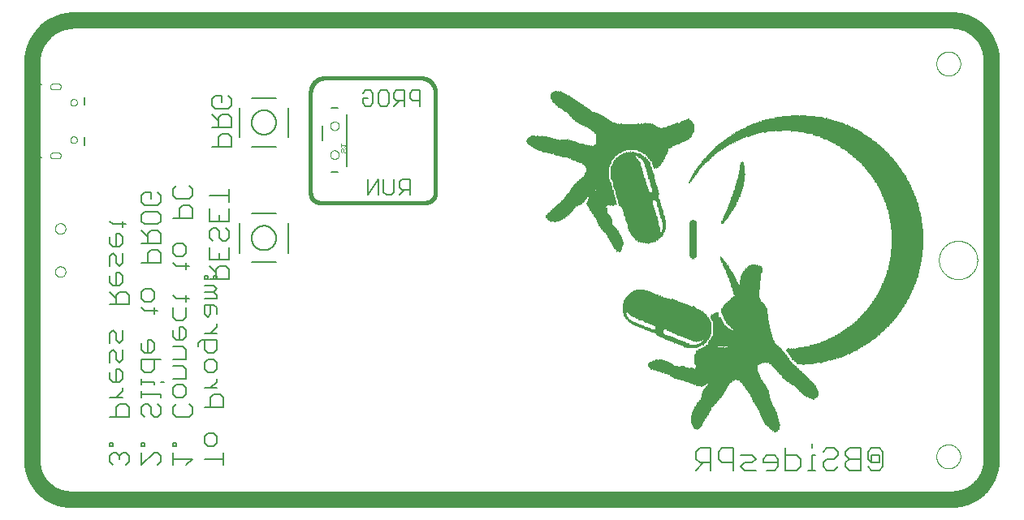
<source format=gbo>
G75*
%MOIN*%
%OFA0B0*%
%FSLAX25Y25*%
%IPPOS*%
%LPD*%
%AMOC8*
5,1,8,0,0,1.08239X$1,22.5*
%
%ADD10C,0.00000*%
%ADD11C,0.06600*%
%ADD12C,0.00600*%
%ADD13C,0.00700*%
%ADD14C,0.01600*%
%ADD15C,0.00800*%
%ADD16R,0.00200X0.00400*%
%ADD17R,0.00200X0.01800*%
%ADD18R,0.00200X0.02200*%
%ADD19R,0.00200X0.02800*%
%ADD20R,0.00200X0.03000*%
%ADD21R,0.00200X0.03200*%
%ADD22R,0.00200X0.03600*%
%ADD23R,0.00200X0.04200*%
%ADD24R,0.00200X0.04400*%
%ADD25R,0.00200X0.04600*%
%ADD26R,0.00200X0.04800*%
%ADD27R,0.00200X0.05000*%
%ADD28R,0.00200X0.05200*%
%ADD29R,0.00200X0.05400*%
%ADD30R,0.00200X0.05600*%
%ADD31R,0.00200X0.05800*%
%ADD32R,0.00200X0.06000*%
%ADD33R,0.00200X0.06200*%
%ADD34R,0.00200X0.06400*%
%ADD35R,0.00200X0.06600*%
%ADD36R,0.00200X0.01200*%
%ADD37R,0.00200X0.01400*%
%ADD38R,0.00200X0.02400*%
%ADD39R,0.00200X0.06800*%
%ADD40R,0.00200X0.03400*%
%ADD41R,0.00200X0.04000*%
%ADD42R,0.00200X0.02000*%
%ADD43R,0.00200X0.07000*%
%ADD44R,0.00200X0.07200*%
%ADD45R,0.00200X0.07400*%
%ADD46R,0.00200X0.07600*%
%ADD47R,0.00200X0.07800*%
%ADD48R,0.00200X0.08000*%
%ADD49R,0.00200X0.08200*%
%ADD50R,0.00200X0.08600*%
%ADD51R,0.00200X0.08400*%
%ADD52R,0.00200X0.08800*%
%ADD53R,0.00200X0.09000*%
%ADD54R,0.00200X0.09200*%
%ADD55R,0.00200X0.09400*%
%ADD56R,0.00200X0.09600*%
%ADD57R,0.00200X0.10000*%
%ADD58R,0.00200X0.09800*%
%ADD59R,0.00200X0.10200*%
%ADD60R,0.00200X0.10400*%
%ADD61R,0.00200X0.10600*%
%ADD62R,0.00200X0.10800*%
%ADD63R,0.00200X0.11000*%
%ADD64R,0.00200X0.11400*%
%ADD65R,0.00200X0.22200*%
%ADD66R,0.00200X0.21800*%
%ADD67R,0.00200X0.00600*%
%ADD68R,0.00200X0.21600*%
%ADD69R,0.00200X0.21400*%
%ADD70R,0.00200X0.25800*%
%ADD71R,0.00200X0.26200*%
%ADD72R,0.00200X0.26400*%
%ADD73R,0.00200X0.26800*%
%ADD74R,0.00200X0.27200*%
%ADD75R,0.00200X0.27400*%
%ADD76R,0.00200X0.27600*%
%ADD77R,0.00200X0.28000*%
%ADD78R,0.00200X0.28200*%
%ADD79R,0.00200X0.28600*%
%ADD80R,0.00200X0.29200*%
%ADD81R,0.00200X0.29800*%
%ADD82R,0.00200X0.18600*%
%ADD83R,0.00200X0.11600*%
%ADD84R,0.00200X0.32000*%
%ADD85R,0.00200X0.44200*%
%ADD86R,0.00200X0.30400*%
%ADD87R,0.00200X0.13400*%
%ADD88R,0.00200X0.44400*%
%ADD89R,0.00200X0.45400*%
%ADD90R,0.00200X0.45600*%
%ADD91R,0.00200X0.46000*%
%ADD92R,0.00200X0.46200*%
%ADD93R,0.00200X0.46400*%
%ADD94R,0.00200X0.46600*%
%ADD95R,0.00200X0.46800*%
%ADD96R,0.00200X0.47000*%
%ADD97R,0.00200X0.47200*%
%ADD98R,0.00200X0.47400*%
%ADD99R,0.00200X0.47600*%
%ADD100R,0.00200X0.36400*%
%ADD101R,0.00200X0.36000*%
%ADD102R,0.00200X0.35800*%
%ADD103R,0.00200X0.35600*%
%ADD104R,0.00200X0.35200*%
%ADD105R,0.00200X0.19200*%
%ADD106R,0.00200X0.17800*%
%ADD107R,0.00200X0.17600*%
%ADD108R,0.00200X0.16600*%
%ADD109R,0.00200X0.16200*%
%ADD110R,0.00200X0.16000*%
%ADD111R,0.00200X0.15400*%
%ADD112R,0.00200X0.15000*%
%ADD113R,0.00200X0.14600*%
%ADD114R,0.00200X0.14400*%
%ADD115R,0.00200X0.14200*%
%ADD116R,0.00200X0.11800*%
%ADD117R,0.00200X0.14000*%
%ADD118R,0.00200X0.12800*%
%ADD119R,0.00200X0.13600*%
%ADD120R,0.00200X0.14800*%
%ADD121R,0.00200X0.00200*%
%ADD122R,0.00200X0.13200*%
%ADD123R,0.00200X0.16400*%
%ADD124R,0.00200X0.17200*%
%ADD125R,0.00200X0.12600*%
%ADD126R,0.00200X0.19400*%
%ADD127R,0.00200X0.12200*%
%ADD128R,0.00200X0.20200*%
%ADD129R,0.00200X0.20400*%
%ADD130R,0.00200X0.12000*%
%ADD131R,0.00200X0.21000*%
%ADD132R,0.00200X0.22600*%
%ADD133R,0.00200X0.11200*%
%ADD134R,0.00200X0.23000*%
%ADD135R,0.00200X0.00800*%
%ADD136R,0.00200X0.24000*%
%ADD137R,0.00200X0.03800*%
%ADD138R,0.00200X0.25000*%
%ADD139R,0.00200X0.26000*%
%ADD140R,0.00200X0.27800*%
%ADD141R,0.00200X0.29000*%
%ADD142R,0.00200X0.01600*%
%ADD143R,0.00200X0.29600*%
%ADD144R,0.00200X0.31200*%
%ADD145R,0.00200X0.32400*%
%ADD146R,0.00200X0.32800*%
%ADD147R,0.00200X0.33400*%
%ADD148R,0.00200X0.33800*%
%ADD149R,0.00200X0.34200*%
%ADD150R,0.00200X0.34600*%
%ADD151R,0.00200X0.34800*%
%ADD152R,0.00200X0.35000*%
%ADD153R,0.00200X0.35400*%
%ADD154R,0.00200X0.01000*%
%ADD155R,0.00200X0.33600*%
%ADD156R,0.00200X0.33200*%
%ADD157R,0.00200X0.12400*%
%ADD158R,0.00200X0.33000*%
%ADD159R,0.00200X0.32200*%
%ADD160R,0.00200X0.30800*%
%ADD161R,0.00200X0.29400*%
%ADD162R,0.00200X0.28800*%
%ADD163R,0.00200X0.13000*%
%ADD164R,0.00200X0.26600*%
%ADD165R,0.00200X0.25600*%
%ADD166R,0.00200X0.25200*%
%ADD167R,0.00200X0.24800*%
%ADD168R,0.00200X0.24200*%
%ADD169R,0.00200X0.23600*%
%ADD170R,0.00200X0.13800*%
%ADD171R,0.00200X0.22400*%
%ADD172R,0.00200X0.21200*%
%ADD173R,0.00200X0.15200*%
%ADD174R,0.00200X0.02600*%
%ADD175R,0.00200X0.15600*%
%ADD176R,0.00200X0.16800*%
%ADD177R,0.00200X0.17000*%
%ADD178R,0.00200X0.17400*%
%ADD179R,0.00200X0.18000*%
%ADD180R,0.00200X0.15800*%
%ADD181R,0.00200X0.30600*%
%ADD182R,0.00200X0.38000*%
%ADD183R,0.00200X0.37800*%
%ADD184R,0.00200X0.37600*%
%ADD185R,0.00200X0.37400*%
%ADD186R,0.00200X0.37200*%
%ADD187R,0.00200X0.37000*%
%ADD188R,0.00200X0.22800*%
%ADD189R,0.00200X0.20800*%
%ADD190R,0.00200X0.19800*%
%ADD191R,0.00200X0.18800*%
%ADD192R,0.00200X0.22000*%
%ADD193R,0.00200X0.34400*%
%ADD194R,0.00200X0.42200*%
%ADD195R,0.00200X0.41800*%
%ADD196R,0.00200X0.41400*%
%ADD197R,0.00200X0.41200*%
%ADD198R,0.00200X0.40400*%
%ADD199R,0.00200X0.40000*%
%ADD200R,0.00200X0.39600*%
%ADD201R,0.00200X0.40200*%
%ADD202R,0.00200X0.42400*%
%ADD203R,0.00200X0.43800*%
%ADD204R,0.00200X0.44600*%
%ADD205R,0.00200X0.45200*%
%ADD206R,0.00200X0.48400*%
%ADD207R,0.00200X0.48800*%
%ADD208R,0.00200X0.49200*%
%ADD209R,0.00200X0.49800*%
%ADD210R,0.00200X0.50000*%
%ADD211R,0.00200X0.50800*%
%ADD212R,0.00200X0.51000*%
%ADD213R,0.00200X0.51200*%
%ADD214R,0.00200X0.51800*%
%ADD215R,0.00200X0.52400*%
%ADD216R,0.00200X0.52600*%
%ADD217R,0.00200X0.53000*%
%ADD218R,0.00200X0.53600*%
%ADD219R,0.00200X0.53800*%
%ADD220R,0.00200X0.54600*%
%ADD221R,0.00200X0.55000*%
%ADD222R,0.00200X0.55600*%
%ADD223R,0.00200X0.56400*%
%ADD224R,0.00200X0.56600*%
%ADD225R,0.00200X0.56800*%
%ADD226R,0.00200X0.57200*%
%ADD227R,0.00200X0.57400*%
%ADD228R,0.00200X0.57800*%
%ADD229R,0.00200X0.58000*%
%ADD230R,0.00200X0.58600*%
%ADD231R,0.00200X0.41600*%
%ADD232R,0.00200X0.41000*%
%ADD233R,0.00200X0.40800*%
%ADD234R,0.00200X0.40600*%
%ADD235R,0.00200X0.27000*%
%ADD236R,0.00200X0.25400*%
%ADD237R,0.00200X0.24600*%
%ADD238R,0.00200X0.24400*%
%ADD239R,0.00200X0.18200*%
%ADD240R,0.00200X0.18400*%
%ADD241R,0.00200X0.20000*%
%ADD242R,0.00200X0.20600*%
%ADD243R,0.00200X0.23200*%
%ADD244R,0.00200X0.23400*%
%ADD245R,0.00200X0.67600*%
%ADD246R,0.00200X0.67000*%
%ADD247R,0.00200X0.66600*%
%ADD248R,0.00200X0.65800*%
%ADD249R,0.00200X0.65600*%
%ADD250R,0.00200X0.64800*%
%ADD251R,0.00200X0.64200*%
%ADD252R,0.00200X0.63600*%
%ADD253R,0.00200X0.63200*%
%ADD254R,0.00200X0.62600*%
%ADD255R,0.00200X0.62000*%
%ADD256R,0.00200X0.61400*%
%ADD257R,0.00200X0.61200*%
%ADD258R,0.00200X0.60200*%
%ADD259R,0.00200X0.60000*%
%ADD260R,0.00200X0.59600*%
%ADD261R,0.00200X0.58200*%
%ADD262R,0.00200X0.57600*%
%ADD263R,0.00200X0.56000*%
%ADD264R,0.00200X0.54800*%
%ADD265R,0.00200X0.54000*%
%ADD266R,0.00200X0.51400*%
%ADD267R,0.00200X0.50400*%
%ADD268R,0.00200X0.49600*%
%ADD269R,0.00200X0.48600*%
%ADD270R,0.00200X0.48200*%
%ADD271R,0.00200X0.47800*%
%ADD272R,0.00200X0.45000*%
%ADD273R,0.00200X0.43200*%
%ADD274R,0.00200X0.42800*%
%ADD275R,0.00200X0.38800*%
%ADD276R,0.00200X0.38200*%
%ADD277R,0.00200X0.36800*%
%ADD278R,0.00200X0.28400*%
%ADD279C,0.00200*%
%ADD280C,0.00500*%
D10*
X0059668Y0020048D02*
X0059668Y0185402D01*
X0059673Y0185783D01*
X0059686Y0186163D01*
X0059709Y0186543D01*
X0059742Y0186922D01*
X0059783Y0187300D01*
X0059833Y0187677D01*
X0059893Y0188053D01*
X0059961Y0188428D01*
X0060039Y0188800D01*
X0060126Y0189171D01*
X0060221Y0189539D01*
X0060326Y0189905D01*
X0060439Y0190268D01*
X0060561Y0190629D01*
X0060691Y0190986D01*
X0060831Y0191340D01*
X0060978Y0191691D01*
X0061135Y0192038D01*
X0061299Y0192381D01*
X0061472Y0192720D01*
X0061653Y0193055D01*
X0061842Y0193386D01*
X0062039Y0193711D01*
X0062243Y0194032D01*
X0062456Y0194348D01*
X0062676Y0194658D01*
X0062903Y0194964D01*
X0063138Y0195263D01*
X0063380Y0195557D01*
X0063628Y0195845D01*
X0063884Y0196127D01*
X0064147Y0196402D01*
X0064416Y0196671D01*
X0064691Y0196934D01*
X0064973Y0197190D01*
X0065261Y0197438D01*
X0065555Y0197680D01*
X0065854Y0197915D01*
X0066160Y0198142D01*
X0066470Y0198362D01*
X0066786Y0198575D01*
X0067107Y0198779D01*
X0067432Y0198976D01*
X0067763Y0199165D01*
X0068098Y0199346D01*
X0068437Y0199519D01*
X0068780Y0199683D01*
X0069127Y0199840D01*
X0069478Y0199987D01*
X0069832Y0200127D01*
X0070189Y0200257D01*
X0070550Y0200379D01*
X0070913Y0200492D01*
X0071279Y0200597D01*
X0071647Y0200692D01*
X0072018Y0200779D01*
X0072390Y0200857D01*
X0072765Y0200925D01*
X0073141Y0200985D01*
X0073518Y0201035D01*
X0073896Y0201076D01*
X0074275Y0201109D01*
X0074655Y0201132D01*
X0075035Y0201145D01*
X0075416Y0201150D01*
X0437620Y0201150D01*
X0438001Y0201145D01*
X0438381Y0201132D01*
X0438761Y0201109D01*
X0439140Y0201076D01*
X0439518Y0201035D01*
X0439895Y0200985D01*
X0440271Y0200925D01*
X0440646Y0200857D01*
X0441018Y0200779D01*
X0441389Y0200692D01*
X0441757Y0200597D01*
X0442123Y0200492D01*
X0442486Y0200379D01*
X0442847Y0200257D01*
X0443204Y0200127D01*
X0443558Y0199987D01*
X0443909Y0199840D01*
X0444256Y0199683D01*
X0444599Y0199519D01*
X0444938Y0199346D01*
X0445273Y0199165D01*
X0445604Y0198976D01*
X0445929Y0198779D01*
X0446250Y0198575D01*
X0446566Y0198362D01*
X0446876Y0198142D01*
X0447182Y0197915D01*
X0447481Y0197680D01*
X0447775Y0197438D01*
X0448063Y0197190D01*
X0448345Y0196934D01*
X0448620Y0196671D01*
X0448889Y0196402D01*
X0449152Y0196127D01*
X0449408Y0195845D01*
X0449656Y0195557D01*
X0449898Y0195263D01*
X0450133Y0194964D01*
X0450360Y0194658D01*
X0450580Y0194348D01*
X0450793Y0194032D01*
X0450997Y0193711D01*
X0451194Y0193386D01*
X0451383Y0193055D01*
X0451564Y0192720D01*
X0451737Y0192381D01*
X0451901Y0192038D01*
X0452058Y0191691D01*
X0452205Y0191340D01*
X0452345Y0190986D01*
X0452475Y0190629D01*
X0452597Y0190268D01*
X0452710Y0189905D01*
X0452815Y0189539D01*
X0452910Y0189171D01*
X0452997Y0188800D01*
X0453075Y0188428D01*
X0453143Y0188053D01*
X0453203Y0187677D01*
X0453253Y0187300D01*
X0453294Y0186922D01*
X0453327Y0186543D01*
X0453350Y0186163D01*
X0453363Y0185783D01*
X0453368Y0185402D01*
X0453369Y0185402D02*
X0453369Y0020048D01*
X0453368Y0020048D02*
X0453363Y0019667D01*
X0453350Y0019287D01*
X0453327Y0018907D01*
X0453294Y0018528D01*
X0453253Y0018150D01*
X0453203Y0017773D01*
X0453143Y0017397D01*
X0453075Y0017022D01*
X0452997Y0016650D01*
X0452910Y0016279D01*
X0452815Y0015911D01*
X0452710Y0015545D01*
X0452597Y0015182D01*
X0452475Y0014821D01*
X0452345Y0014464D01*
X0452205Y0014110D01*
X0452058Y0013759D01*
X0451901Y0013412D01*
X0451737Y0013069D01*
X0451564Y0012730D01*
X0451383Y0012395D01*
X0451194Y0012064D01*
X0450997Y0011739D01*
X0450793Y0011418D01*
X0450580Y0011102D01*
X0450360Y0010792D01*
X0450133Y0010486D01*
X0449898Y0010187D01*
X0449656Y0009893D01*
X0449408Y0009605D01*
X0449152Y0009323D01*
X0448889Y0009048D01*
X0448620Y0008779D01*
X0448345Y0008516D01*
X0448063Y0008260D01*
X0447775Y0008012D01*
X0447481Y0007770D01*
X0447182Y0007535D01*
X0446876Y0007308D01*
X0446566Y0007088D01*
X0446250Y0006875D01*
X0445929Y0006671D01*
X0445604Y0006474D01*
X0445273Y0006285D01*
X0444938Y0006104D01*
X0444599Y0005931D01*
X0444256Y0005767D01*
X0443909Y0005610D01*
X0443558Y0005463D01*
X0443204Y0005323D01*
X0442847Y0005193D01*
X0442486Y0005071D01*
X0442123Y0004958D01*
X0441757Y0004853D01*
X0441389Y0004758D01*
X0441018Y0004671D01*
X0440646Y0004593D01*
X0440271Y0004525D01*
X0439895Y0004465D01*
X0439518Y0004415D01*
X0439140Y0004374D01*
X0438761Y0004341D01*
X0438381Y0004318D01*
X0438001Y0004305D01*
X0437620Y0004300D01*
X0075416Y0004300D01*
X0075035Y0004305D01*
X0074655Y0004318D01*
X0074275Y0004341D01*
X0073896Y0004374D01*
X0073518Y0004415D01*
X0073141Y0004465D01*
X0072765Y0004525D01*
X0072390Y0004593D01*
X0072018Y0004671D01*
X0071647Y0004758D01*
X0071279Y0004853D01*
X0070913Y0004958D01*
X0070550Y0005071D01*
X0070189Y0005193D01*
X0069832Y0005323D01*
X0069478Y0005463D01*
X0069127Y0005610D01*
X0068780Y0005767D01*
X0068437Y0005931D01*
X0068098Y0006104D01*
X0067763Y0006285D01*
X0067432Y0006474D01*
X0067107Y0006671D01*
X0066786Y0006875D01*
X0066470Y0007088D01*
X0066160Y0007308D01*
X0065854Y0007535D01*
X0065555Y0007770D01*
X0065261Y0008012D01*
X0064973Y0008260D01*
X0064691Y0008516D01*
X0064416Y0008779D01*
X0064147Y0009048D01*
X0063884Y0009323D01*
X0063628Y0009605D01*
X0063380Y0009893D01*
X0063138Y0010187D01*
X0062903Y0010486D01*
X0062676Y0010792D01*
X0062456Y0011102D01*
X0062243Y0011418D01*
X0062039Y0011739D01*
X0061842Y0012064D01*
X0061653Y0012395D01*
X0061472Y0012730D01*
X0061299Y0013069D01*
X0061135Y0013412D01*
X0060978Y0013759D01*
X0060831Y0014110D01*
X0060691Y0014464D01*
X0060561Y0014821D01*
X0060439Y0015182D01*
X0060326Y0015545D01*
X0060221Y0015911D01*
X0060126Y0016279D01*
X0060039Y0016650D01*
X0059961Y0017022D01*
X0059893Y0017397D01*
X0059833Y0017773D01*
X0059783Y0018150D01*
X0059742Y0018528D01*
X0059709Y0018907D01*
X0059686Y0019287D01*
X0059673Y0019667D01*
X0059668Y0020048D01*
X0068920Y0097942D02*
X0068922Y0098035D01*
X0068928Y0098127D01*
X0068938Y0098219D01*
X0068952Y0098310D01*
X0068969Y0098401D01*
X0068991Y0098491D01*
X0069016Y0098580D01*
X0069045Y0098668D01*
X0069078Y0098754D01*
X0069115Y0098839D01*
X0069155Y0098923D01*
X0069199Y0099004D01*
X0069246Y0099084D01*
X0069296Y0099162D01*
X0069350Y0099237D01*
X0069407Y0099310D01*
X0069467Y0099380D01*
X0069530Y0099448D01*
X0069596Y0099513D01*
X0069664Y0099575D01*
X0069735Y0099635D01*
X0069809Y0099691D01*
X0069885Y0099744D01*
X0069963Y0099793D01*
X0070043Y0099840D01*
X0070125Y0099882D01*
X0070209Y0099922D01*
X0070294Y0099957D01*
X0070381Y0099989D01*
X0070469Y0100018D01*
X0070558Y0100042D01*
X0070648Y0100063D01*
X0070739Y0100079D01*
X0070831Y0100092D01*
X0070923Y0100101D01*
X0071016Y0100106D01*
X0071108Y0100107D01*
X0071201Y0100104D01*
X0071293Y0100097D01*
X0071385Y0100086D01*
X0071476Y0100071D01*
X0071567Y0100053D01*
X0071657Y0100030D01*
X0071745Y0100004D01*
X0071833Y0099974D01*
X0071919Y0099940D01*
X0072003Y0099903D01*
X0072086Y0099861D01*
X0072167Y0099817D01*
X0072247Y0099769D01*
X0072324Y0099718D01*
X0072398Y0099663D01*
X0072471Y0099605D01*
X0072541Y0099545D01*
X0072608Y0099481D01*
X0072672Y0099415D01*
X0072734Y0099345D01*
X0072792Y0099274D01*
X0072847Y0099200D01*
X0072899Y0099123D01*
X0072948Y0099044D01*
X0072994Y0098964D01*
X0073036Y0098881D01*
X0073074Y0098797D01*
X0073109Y0098711D01*
X0073140Y0098624D01*
X0073167Y0098536D01*
X0073190Y0098446D01*
X0073210Y0098356D01*
X0073226Y0098265D01*
X0073238Y0098173D01*
X0073246Y0098081D01*
X0073250Y0097988D01*
X0073250Y0097896D01*
X0073246Y0097803D01*
X0073238Y0097711D01*
X0073226Y0097619D01*
X0073210Y0097528D01*
X0073190Y0097438D01*
X0073167Y0097348D01*
X0073140Y0097260D01*
X0073109Y0097173D01*
X0073074Y0097087D01*
X0073036Y0097003D01*
X0072994Y0096920D01*
X0072948Y0096840D01*
X0072899Y0096761D01*
X0072847Y0096684D01*
X0072792Y0096610D01*
X0072734Y0096539D01*
X0072672Y0096469D01*
X0072608Y0096403D01*
X0072541Y0096339D01*
X0072471Y0096279D01*
X0072398Y0096221D01*
X0072324Y0096166D01*
X0072247Y0096115D01*
X0072168Y0096067D01*
X0072086Y0096023D01*
X0072003Y0095981D01*
X0071919Y0095944D01*
X0071833Y0095910D01*
X0071745Y0095880D01*
X0071657Y0095854D01*
X0071567Y0095831D01*
X0071476Y0095813D01*
X0071385Y0095798D01*
X0071293Y0095787D01*
X0071201Y0095780D01*
X0071108Y0095777D01*
X0071016Y0095778D01*
X0070923Y0095783D01*
X0070831Y0095792D01*
X0070739Y0095805D01*
X0070648Y0095821D01*
X0070558Y0095842D01*
X0070469Y0095866D01*
X0070381Y0095895D01*
X0070294Y0095927D01*
X0070209Y0095962D01*
X0070125Y0096002D01*
X0070043Y0096044D01*
X0069963Y0096091D01*
X0069885Y0096140D01*
X0069809Y0096193D01*
X0069735Y0096249D01*
X0069664Y0096309D01*
X0069596Y0096371D01*
X0069530Y0096436D01*
X0069467Y0096504D01*
X0069407Y0096574D01*
X0069350Y0096647D01*
X0069296Y0096722D01*
X0069246Y0096800D01*
X0069199Y0096880D01*
X0069155Y0096961D01*
X0069115Y0097045D01*
X0069078Y0097130D01*
X0069045Y0097216D01*
X0069016Y0097304D01*
X0068991Y0097393D01*
X0068969Y0097483D01*
X0068952Y0097574D01*
X0068938Y0097665D01*
X0068928Y0097757D01*
X0068922Y0097849D01*
X0068920Y0097942D01*
X0068920Y0115658D02*
X0068922Y0115751D01*
X0068928Y0115843D01*
X0068938Y0115935D01*
X0068952Y0116026D01*
X0068969Y0116117D01*
X0068991Y0116207D01*
X0069016Y0116296D01*
X0069045Y0116384D01*
X0069078Y0116470D01*
X0069115Y0116555D01*
X0069155Y0116639D01*
X0069199Y0116720D01*
X0069246Y0116800D01*
X0069296Y0116878D01*
X0069350Y0116953D01*
X0069407Y0117026D01*
X0069467Y0117096D01*
X0069530Y0117164D01*
X0069596Y0117229D01*
X0069664Y0117291D01*
X0069735Y0117351D01*
X0069809Y0117407D01*
X0069885Y0117460D01*
X0069963Y0117509D01*
X0070043Y0117556D01*
X0070125Y0117598D01*
X0070209Y0117638D01*
X0070294Y0117673D01*
X0070381Y0117705D01*
X0070469Y0117734D01*
X0070558Y0117758D01*
X0070648Y0117779D01*
X0070739Y0117795D01*
X0070831Y0117808D01*
X0070923Y0117817D01*
X0071016Y0117822D01*
X0071108Y0117823D01*
X0071201Y0117820D01*
X0071293Y0117813D01*
X0071385Y0117802D01*
X0071476Y0117787D01*
X0071567Y0117769D01*
X0071657Y0117746D01*
X0071745Y0117720D01*
X0071833Y0117690D01*
X0071919Y0117656D01*
X0072003Y0117619D01*
X0072086Y0117577D01*
X0072167Y0117533D01*
X0072247Y0117485D01*
X0072324Y0117434D01*
X0072398Y0117379D01*
X0072471Y0117321D01*
X0072541Y0117261D01*
X0072608Y0117197D01*
X0072672Y0117131D01*
X0072734Y0117061D01*
X0072792Y0116990D01*
X0072847Y0116916D01*
X0072899Y0116839D01*
X0072948Y0116760D01*
X0072994Y0116680D01*
X0073036Y0116597D01*
X0073074Y0116513D01*
X0073109Y0116427D01*
X0073140Y0116340D01*
X0073167Y0116252D01*
X0073190Y0116162D01*
X0073210Y0116072D01*
X0073226Y0115981D01*
X0073238Y0115889D01*
X0073246Y0115797D01*
X0073250Y0115704D01*
X0073250Y0115612D01*
X0073246Y0115519D01*
X0073238Y0115427D01*
X0073226Y0115335D01*
X0073210Y0115244D01*
X0073190Y0115154D01*
X0073167Y0115064D01*
X0073140Y0114976D01*
X0073109Y0114889D01*
X0073074Y0114803D01*
X0073036Y0114719D01*
X0072994Y0114636D01*
X0072948Y0114556D01*
X0072899Y0114477D01*
X0072847Y0114400D01*
X0072792Y0114326D01*
X0072734Y0114255D01*
X0072672Y0114185D01*
X0072608Y0114119D01*
X0072541Y0114055D01*
X0072471Y0113995D01*
X0072398Y0113937D01*
X0072324Y0113882D01*
X0072247Y0113831D01*
X0072168Y0113783D01*
X0072086Y0113739D01*
X0072003Y0113697D01*
X0071919Y0113660D01*
X0071833Y0113626D01*
X0071745Y0113596D01*
X0071657Y0113570D01*
X0071567Y0113547D01*
X0071476Y0113529D01*
X0071385Y0113514D01*
X0071293Y0113503D01*
X0071201Y0113496D01*
X0071108Y0113493D01*
X0071016Y0113494D01*
X0070923Y0113499D01*
X0070831Y0113508D01*
X0070739Y0113521D01*
X0070648Y0113537D01*
X0070558Y0113558D01*
X0070469Y0113582D01*
X0070381Y0113611D01*
X0070294Y0113643D01*
X0070209Y0113678D01*
X0070125Y0113718D01*
X0070043Y0113760D01*
X0069963Y0113807D01*
X0069885Y0113856D01*
X0069809Y0113909D01*
X0069735Y0113965D01*
X0069664Y0114025D01*
X0069596Y0114087D01*
X0069530Y0114152D01*
X0069467Y0114220D01*
X0069407Y0114290D01*
X0069350Y0114363D01*
X0069296Y0114438D01*
X0069246Y0114516D01*
X0069199Y0114596D01*
X0069155Y0114677D01*
X0069115Y0114761D01*
X0069078Y0114846D01*
X0069045Y0114932D01*
X0069016Y0115020D01*
X0068991Y0115109D01*
X0068969Y0115199D01*
X0068952Y0115290D01*
X0068938Y0115381D01*
X0068928Y0115473D01*
X0068922Y0115565D01*
X0068920Y0115658D01*
X0067935Y0144457D02*
X0070298Y0144457D01*
X0070297Y0144457D02*
X0070360Y0144465D01*
X0070422Y0144476D01*
X0070484Y0144491D01*
X0070544Y0144509D01*
X0070604Y0144531D01*
X0070662Y0144556D01*
X0070718Y0144585D01*
X0070773Y0144617D01*
X0070825Y0144652D01*
X0070876Y0144690D01*
X0070924Y0144730D01*
X0070970Y0144774D01*
X0071013Y0144820D01*
X0071054Y0144869D01*
X0071092Y0144920D01*
X0071126Y0144972D01*
X0071158Y0145027D01*
X0071186Y0145084D01*
X0071211Y0145142D01*
X0071232Y0145202D01*
X0071250Y0145262D01*
X0071264Y0145324D01*
X0071275Y0145386D01*
X0071282Y0145449D01*
X0071286Y0145512D01*
X0071285Y0145575D01*
X0071282Y0145638D01*
X0071282Y0145639D02*
X0071285Y0145702D01*
X0071286Y0145765D01*
X0071282Y0145828D01*
X0071275Y0145891D01*
X0071264Y0145953D01*
X0071250Y0146015D01*
X0071232Y0146075D01*
X0071211Y0146135D01*
X0071186Y0146193D01*
X0071158Y0146250D01*
X0071126Y0146305D01*
X0071092Y0146357D01*
X0071054Y0146408D01*
X0071013Y0146457D01*
X0070970Y0146503D01*
X0070924Y0146547D01*
X0070876Y0146587D01*
X0070825Y0146625D01*
X0070773Y0146660D01*
X0070718Y0146692D01*
X0070662Y0146721D01*
X0070604Y0146746D01*
X0070544Y0146768D01*
X0070484Y0146786D01*
X0070422Y0146801D01*
X0070360Y0146812D01*
X0070297Y0146820D01*
X0070298Y0146820D02*
X0067935Y0146820D01*
X0067936Y0146820D02*
X0067870Y0146812D01*
X0067806Y0146800D01*
X0067742Y0146784D01*
X0067679Y0146765D01*
X0067618Y0146741D01*
X0067558Y0146714D01*
X0067500Y0146684D01*
X0067444Y0146650D01*
X0067390Y0146613D01*
X0067338Y0146572D01*
X0067289Y0146528D01*
X0067242Y0146482D01*
X0067199Y0146433D01*
X0067158Y0146381D01*
X0067121Y0146327D01*
X0067087Y0146271D01*
X0067057Y0146213D01*
X0067030Y0146153D01*
X0067006Y0146092D01*
X0066987Y0146029D01*
X0066971Y0145965D01*
X0066959Y0145901D01*
X0066951Y0145835D01*
X0066947Y0145770D01*
X0066947Y0145704D01*
X0066951Y0145639D01*
X0066951Y0145638D02*
X0066947Y0145573D01*
X0066947Y0145507D01*
X0066951Y0145442D01*
X0066959Y0145376D01*
X0066971Y0145312D01*
X0066987Y0145248D01*
X0067006Y0145185D01*
X0067030Y0145124D01*
X0067057Y0145064D01*
X0067087Y0145006D01*
X0067121Y0144950D01*
X0067158Y0144896D01*
X0067199Y0144844D01*
X0067242Y0144795D01*
X0067289Y0144749D01*
X0067338Y0144705D01*
X0067390Y0144664D01*
X0067444Y0144627D01*
X0067500Y0144593D01*
X0067558Y0144563D01*
X0067618Y0144536D01*
X0067679Y0144512D01*
X0067742Y0144493D01*
X0067806Y0144477D01*
X0067870Y0144465D01*
X0067936Y0144457D01*
X0075219Y0152135D02*
X0075221Y0152209D01*
X0075227Y0152283D01*
X0075237Y0152356D01*
X0075251Y0152429D01*
X0075268Y0152501D01*
X0075290Y0152571D01*
X0075315Y0152641D01*
X0075344Y0152709D01*
X0075377Y0152775D01*
X0075413Y0152840D01*
X0075453Y0152902D01*
X0075495Y0152963D01*
X0075541Y0153021D01*
X0075590Y0153076D01*
X0075642Y0153129D01*
X0075697Y0153179D01*
X0075754Y0153225D01*
X0075814Y0153269D01*
X0075876Y0153309D01*
X0075940Y0153346D01*
X0076006Y0153380D01*
X0076074Y0153410D01*
X0076143Y0153436D01*
X0076214Y0153459D01*
X0076285Y0153477D01*
X0076358Y0153492D01*
X0076431Y0153503D01*
X0076505Y0153510D01*
X0076579Y0153513D01*
X0076652Y0153512D01*
X0076726Y0153507D01*
X0076800Y0153498D01*
X0076873Y0153485D01*
X0076945Y0153468D01*
X0077016Y0153448D01*
X0077086Y0153423D01*
X0077154Y0153395D01*
X0077221Y0153364D01*
X0077286Y0153328D01*
X0077349Y0153290D01*
X0077410Y0153248D01*
X0077469Y0153202D01*
X0077525Y0153154D01*
X0077578Y0153103D01*
X0077628Y0153049D01*
X0077676Y0152992D01*
X0077720Y0152933D01*
X0077762Y0152871D01*
X0077800Y0152808D01*
X0077834Y0152742D01*
X0077865Y0152675D01*
X0077892Y0152606D01*
X0077915Y0152536D01*
X0077935Y0152465D01*
X0077951Y0152392D01*
X0077963Y0152319D01*
X0077971Y0152246D01*
X0077975Y0152172D01*
X0077975Y0152098D01*
X0077971Y0152024D01*
X0077963Y0151951D01*
X0077951Y0151878D01*
X0077935Y0151805D01*
X0077915Y0151734D01*
X0077892Y0151664D01*
X0077865Y0151595D01*
X0077834Y0151528D01*
X0077800Y0151462D01*
X0077762Y0151399D01*
X0077720Y0151337D01*
X0077676Y0151278D01*
X0077628Y0151221D01*
X0077578Y0151167D01*
X0077525Y0151116D01*
X0077469Y0151068D01*
X0077410Y0151022D01*
X0077349Y0150980D01*
X0077286Y0150942D01*
X0077221Y0150906D01*
X0077154Y0150875D01*
X0077086Y0150847D01*
X0077016Y0150822D01*
X0076945Y0150802D01*
X0076873Y0150785D01*
X0076800Y0150772D01*
X0076726Y0150763D01*
X0076652Y0150758D01*
X0076579Y0150757D01*
X0076505Y0150760D01*
X0076431Y0150767D01*
X0076358Y0150778D01*
X0076285Y0150793D01*
X0076214Y0150811D01*
X0076143Y0150834D01*
X0076074Y0150860D01*
X0076006Y0150890D01*
X0075940Y0150924D01*
X0075876Y0150961D01*
X0075814Y0151001D01*
X0075754Y0151045D01*
X0075697Y0151091D01*
X0075642Y0151141D01*
X0075590Y0151194D01*
X0075541Y0151249D01*
X0075495Y0151307D01*
X0075453Y0151368D01*
X0075413Y0151430D01*
X0075377Y0151495D01*
X0075344Y0151561D01*
X0075315Y0151629D01*
X0075290Y0151699D01*
X0075268Y0151769D01*
X0075251Y0151841D01*
X0075237Y0151914D01*
X0075227Y0151987D01*
X0075221Y0152061D01*
X0075219Y0152135D01*
X0075219Y0167489D02*
X0075221Y0167563D01*
X0075227Y0167637D01*
X0075237Y0167710D01*
X0075251Y0167783D01*
X0075268Y0167855D01*
X0075290Y0167925D01*
X0075315Y0167995D01*
X0075344Y0168063D01*
X0075377Y0168129D01*
X0075413Y0168194D01*
X0075453Y0168256D01*
X0075495Y0168317D01*
X0075541Y0168375D01*
X0075590Y0168430D01*
X0075642Y0168483D01*
X0075697Y0168533D01*
X0075754Y0168579D01*
X0075814Y0168623D01*
X0075876Y0168663D01*
X0075940Y0168700D01*
X0076006Y0168734D01*
X0076074Y0168764D01*
X0076143Y0168790D01*
X0076214Y0168813D01*
X0076285Y0168831D01*
X0076358Y0168846D01*
X0076431Y0168857D01*
X0076505Y0168864D01*
X0076579Y0168867D01*
X0076652Y0168866D01*
X0076726Y0168861D01*
X0076800Y0168852D01*
X0076873Y0168839D01*
X0076945Y0168822D01*
X0077016Y0168802D01*
X0077086Y0168777D01*
X0077154Y0168749D01*
X0077221Y0168718D01*
X0077286Y0168682D01*
X0077349Y0168644D01*
X0077410Y0168602D01*
X0077469Y0168556D01*
X0077525Y0168508D01*
X0077578Y0168457D01*
X0077628Y0168403D01*
X0077676Y0168346D01*
X0077720Y0168287D01*
X0077762Y0168225D01*
X0077800Y0168162D01*
X0077834Y0168096D01*
X0077865Y0168029D01*
X0077892Y0167960D01*
X0077915Y0167890D01*
X0077935Y0167819D01*
X0077951Y0167746D01*
X0077963Y0167673D01*
X0077971Y0167600D01*
X0077975Y0167526D01*
X0077975Y0167452D01*
X0077971Y0167378D01*
X0077963Y0167305D01*
X0077951Y0167232D01*
X0077935Y0167159D01*
X0077915Y0167088D01*
X0077892Y0167018D01*
X0077865Y0166949D01*
X0077834Y0166882D01*
X0077800Y0166816D01*
X0077762Y0166753D01*
X0077720Y0166691D01*
X0077676Y0166632D01*
X0077628Y0166575D01*
X0077578Y0166521D01*
X0077525Y0166470D01*
X0077469Y0166422D01*
X0077410Y0166376D01*
X0077349Y0166334D01*
X0077286Y0166296D01*
X0077221Y0166260D01*
X0077154Y0166229D01*
X0077086Y0166201D01*
X0077016Y0166176D01*
X0076945Y0166156D01*
X0076873Y0166139D01*
X0076800Y0166126D01*
X0076726Y0166117D01*
X0076652Y0166112D01*
X0076579Y0166111D01*
X0076505Y0166114D01*
X0076431Y0166121D01*
X0076358Y0166132D01*
X0076285Y0166147D01*
X0076214Y0166165D01*
X0076143Y0166188D01*
X0076074Y0166214D01*
X0076006Y0166244D01*
X0075940Y0166278D01*
X0075876Y0166315D01*
X0075814Y0166355D01*
X0075754Y0166399D01*
X0075697Y0166445D01*
X0075642Y0166495D01*
X0075590Y0166548D01*
X0075541Y0166603D01*
X0075495Y0166661D01*
X0075453Y0166722D01*
X0075413Y0166784D01*
X0075377Y0166849D01*
X0075344Y0166915D01*
X0075315Y0166983D01*
X0075290Y0167053D01*
X0075268Y0167123D01*
X0075251Y0167195D01*
X0075237Y0167268D01*
X0075227Y0167341D01*
X0075221Y0167415D01*
X0075219Y0167489D01*
X0070298Y0172804D02*
X0067935Y0172804D01*
X0067936Y0172804D02*
X0067870Y0172812D01*
X0067806Y0172824D01*
X0067742Y0172840D01*
X0067679Y0172859D01*
X0067618Y0172883D01*
X0067558Y0172910D01*
X0067500Y0172940D01*
X0067444Y0172974D01*
X0067390Y0173011D01*
X0067338Y0173052D01*
X0067289Y0173096D01*
X0067242Y0173142D01*
X0067199Y0173191D01*
X0067158Y0173243D01*
X0067121Y0173297D01*
X0067087Y0173353D01*
X0067057Y0173411D01*
X0067030Y0173471D01*
X0067006Y0173532D01*
X0066987Y0173595D01*
X0066971Y0173659D01*
X0066959Y0173723D01*
X0066951Y0173789D01*
X0066947Y0173854D01*
X0066947Y0173920D01*
X0066951Y0173985D01*
X0066947Y0174050D01*
X0066947Y0174116D01*
X0066951Y0174181D01*
X0066959Y0174247D01*
X0066971Y0174311D01*
X0066987Y0174375D01*
X0067006Y0174438D01*
X0067030Y0174499D01*
X0067057Y0174559D01*
X0067087Y0174617D01*
X0067121Y0174673D01*
X0067158Y0174727D01*
X0067199Y0174779D01*
X0067242Y0174828D01*
X0067289Y0174874D01*
X0067338Y0174918D01*
X0067390Y0174959D01*
X0067444Y0174996D01*
X0067500Y0175030D01*
X0067558Y0175060D01*
X0067618Y0175087D01*
X0067679Y0175111D01*
X0067742Y0175130D01*
X0067806Y0175146D01*
X0067870Y0175158D01*
X0067936Y0175166D01*
X0067935Y0175166D02*
X0070298Y0175166D01*
X0070297Y0175166D02*
X0070360Y0175158D01*
X0070422Y0175147D01*
X0070484Y0175132D01*
X0070544Y0175114D01*
X0070604Y0175092D01*
X0070662Y0175067D01*
X0070718Y0175038D01*
X0070773Y0175006D01*
X0070825Y0174971D01*
X0070876Y0174933D01*
X0070924Y0174893D01*
X0070970Y0174849D01*
X0071013Y0174803D01*
X0071054Y0174754D01*
X0071092Y0174703D01*
X0071126Y0174651D01*
X0071158Y0174596D01*
X0071186Y0174539D01*
X0071211Y0174481D01*
X0071232Y0174421D01*
X0071250Y0174361D01*
X0071264Y0174299D01*
X0071275Y0174237D01*
X0071282Y0174174D01*
X0071286Y0174111D01*
X0071285Y0174048D01*
X0071282Y0173985D01*
X0071285Y0173922D01*
X0071286Y0173859D01*
X0071282Y0173796D01*
X0071275Y0173733D01*
X0071264Y0173671D01*
X0071250Y0173609D01*
X0071232Y0173549D01*
X0071211Y0173489D01*
X0071186Y0173431D01*
X0071158Y0173374D01*
X0071126Y0173319D01*
X0071092Y0173267D01*
X0071054Y0173216D01*
X0071013Y0173167D01*
X0070970Y0173121D01*
X0070924Y0173077D01*
X0070876Y0173037D01*
X0070825Y0172999D01*
X0070773Y0172964D01*
X0070718Y0172932D01*
X0070662Y0172903D01*
X0070604Y0172878D01*
X0070544Y0172856D01*
X0070484Y0172838D01*
X0070422Y0172823D01*
X0070360Y0172812D01*
X0070297Y0172804D01*
X0181911Y0157843D02*
X0181913Y0157927D01*
X0181919Y0158010D01*
X0181929Y0158093D01*
X0181943Y0158176D01*
X0181960Y0158258D01*
X0181982Y0158339D01*
X0182007Y0158418D01*
X0182036Y0158497D01*
X0182069Y0158574D01*
X0182105Y0158649D01*
X0182145Y0158723D01*
X0182188Y0158795D01*
X0182235Y0158864D01*
X0182285Y0158931D01*
X0182338Y0158996D01*
X0182394Y0159058D01*
X0182452Y0159118D01*
X0182514Y0159175D01*
X0182578Y0159228D01*
X0182645Y0159279D01*
X0182714Y0159326D01*
X0182785Y0159371D01*
X0182858Y0159411D01*
X0182933Y0159448D01*
X0183010Y0159482D01*
X0183088Y0159512D01*
X0183167Y0159538D01*
X0183248Y0159561D01*
X0183330Y0159579D01*
X0183412Y0159594D01*
X0183495Y0159605D01*
X0183578Y0159612D01*
X0183662Y0159615D01*
X0183746Y0159614D01*
X0183829Y0159609D01*
X0183913Y0159600D01*
X0183995Y0159587D01*
X0184077Y0159571D01*
X0184158Y0159550D01*
X0184239Y0159526D01*
X0184317Y0159498D01*
X0184395Y0159466D01*
X0184471Y0159430D01*
X0184545Y0159391D01*
X0184617Y0159349D01*
X0184687Y0159303D01*
X0184755Y0159254D01*
X0184820Y0159202D01*
X0184883Y0159147D01*
X0184943Y0159089D01*
X0185001Y0159028D01*
X0185055Y0158964D01*
X0185107Y0158898D01*
X0185155Y0158830D01*
X0185200Y0158759D01*
X0185241Y0158686D01*
X0185280Y0158612D01*
X0185314Y0158536D01*
X0185345Y0158458D01*
X0185372Y0158379D01*
X0185396Y0158298D01*
X0185415Y0158217D01*
X0185431Y0158135D01*
X0185443Y0158052D01*
X0185451Y0157968D01*
X0185455Y0157885D01*
X0185455Y0157801D01*
X0185451Y0157718D01*
X0185443Y0157634D01*
X0185431Y0157551D01*
X0185415Y0157469D01*
X0185396Y0157388D01*
X0185372Y0157307D01*
X0185345Y0157228D01*
X0185314Y0157150D01*
X0185280Y0157074D01*
X0185241Y0157000D01*
X0185200Y0156927D01*
X0185155Y0156856D01*
X0185107Y0156788D01*
X0185055Y0156722D01*
X0185001Y0156658D01*
X0184943Y0156597D01*
X0184883Y0156539D01*
X0184820Y0156484D01*
X0184755Y0156432D01*
X0184687Y0156383D01*
X0184617Y0156337D01*
X0184545Y0156295D01*
X0184471Y0156256D01*
X0184395Y0156220D01*
X0184317Y0156188D01*
X0184239Y0156160D01*
X0184158Y0156136D01*
X0184077Y0156115D01*
X0183995Y0156099D01*
X0183913Y0156086D01*
X0183829Y0156077D01*
X0183746Y0156072D01*
X0183662Y0156071D01*
X0183578Y0156074D01*
X0183495Y0156081D01*
X0183412Y0156092D01*
X0183330Y0156107D01*
X0183248Y0156125D01*
X0183167Y0156148D01*
X0183088Y0156174D01*
X0183010Y0156204D01*
X0182933Y0156238D01*
X0182858Y0156275D01*
X0182785Y0156315D01*
X0182714Y0156360D01*
X0182645Y0156407D01*
X0182578Y0156458D01*
X0182514Y0156511D01*
X0182452Y0156568D01*
X0182394Y0156628D01*
X0182338Y0156690D01*
X0182285Y0156755D01*
X0182235Y0156822D01*
X0182188Y0156891D01*
X0182145Y0156963D01*
X0182105Y0157037D01*
X0182069Y0157112D01*
X0182036Y0157189D01*
X0182007Y0157268D01*
X0181982Y0157347D01*
X0181960Y0157428D01*
X0181943Y0157510D01*
X0181929Y0157593D01*
X0181919Y0157676D01*
X0181913Y0157759D01*
X0181911Y0157843D01*
X0181911Y0146032D02*
X0181913Y0146116D01*
X0181919Y0146199D01*
X0181929Y0146282D01*
X0181943Y0146365D01*
X0181960Y0146447D01*
X0181982Y0146528D01*
X0182007Y0146607D01*
X0182036Y0146686D01*
X0182069Y0146763D01*
X0182105Y0146838D01*
X0182145Y0146912D01*
X0182188Y0146984D01*
X0182235Y0147053D01*
X0182285Y0147120D01*
X0182338Y0147185D01*
X0182394Y0147247D01*
X0182452Y0147307D01*
X0182514Y0147364D01*
X0182578Y0147417D01*
X0182645Y0147468D01*
X0182714Y0147515D01*
X0182785Y0147560D01*
X0182858Y0147600D01*
X0182933Y0147637D01*
X0183010Y0147671D01*
X0183088Y0147701D01*
X0183167Y0147727D01*
X0183248Y0147750D01*
X0183330Y0147768D01*
X0183412Y0147783D01*
X0183495Y0147794D01*
X0183578Y0147801D01*
X0183662Y0147804D01*
X0183746Y0147803D01*
X0183829Y0147798D01*
X0183913Y0147789D01*
X0183995Y0147776D01*
X0184077Y0147760D01*
X0184158Y0147739D01*
X0184239Y0147715D01*
X0184317Y0147687D01*
X0184395Y0147655D01*
X0184471Y0147619D01*
X0184545Y0147580D01*
X0184617Y0147538D01*
X0184687Y0147492D01*
X0184755Y0147443D01*
X0184820Y0147391D01*
X0184883Y0147336D01*
X0184943Y0147278D01*
X0185001Y0147217D01*
X0185055Y0147153D01*
X0185107Y0147087D01*
X0185155Y0147019D01*
X0185200Y0146948D01*
X0185241Y0146875D01*
X0185280Y0146801D01*
X0185314Y0146725D01*
X0185345Y0146647D01*
X0185372Y0146568D01*
X0185396Y0146487D01*
X0185415Y0146406D01*
X0185431Y0146324D01*
X0185443Y0146241D01*
X0185451Y0146157D01*
X0185455Y0146074D01*
X0185455Y0145990D01*
X0185451Y0145907D01*
X0185443Y0145823D01*
X0185431Y0145740D01*
X0185415Y0145658D01*
X0185396Y0145577D01*
X0185372Y0145496D01*
X0185345Y0145417D01*
X0185314Y0145339D01*
X0185280Y0145263D01*
X0185241Y0145189D01*
X0185200Y0145116D01*
X0185155Y0145045D01*
X0185107Y0144977D01*
X0185055Y0144911D01*
X0185001Y0144847D01*
X0184943Y0144786D01*
X0184883Y0144728D01*
X0184820Y0144673D01*
X0184755Y0144621D01*
X0184687Y0144572D01*
X0184617Y0144526D01*
X0184545Y0144484D01*
X0184471Y0144445D01*
X0184395Y0144409D01*
X0184317Y0144377D01*
X0184239Y0144349D01*
X0184158Y0144325D01*
X0184077Y0144304D01*
X0183995Y0144288D01*
X0183913Y0144275D01*
X0183829Y0144266D01*
X0183746Y0144261D01*
X0183662Y0144260D01*
X0183578Y0144263D01*
X0183495Y0144270D01*
X0183412Y0144281D01*
X0183330Y0144296D01*
X0183248Y0144314D01*
X0183167Y0144337D01*
X0183088Y0144363D01*
X0183010Y0144393D01*
X0182933Y0144427D01*
X0182858Y0144464D01*
X0182785Y0144504D01*
X0182714Y0144549D01*
X0182645Y0144596D01*
X0182578Y0144647D01*
X0182514Y0144700D01*
X0182452Y0144757D01*
X0182394Y0144817D01*
X0182338Y0144879D01*
X0182285Y0144944D01*
X0182235Y0145011D01*
X0182188Y0145080D01*
X0182145Y0145152D01*
X0182105Y0145226D01*
X0182069Y0145301D01*
X0182036Y0145378D01*
X0182007Y0145457D01*
X0181982Y0145536D01*
X0181960Y0145617D01*
X0181943Y0145699D01*
X0181929Y0145782D01*
X0181919Y0145865D01*
X0181913Y0145948D01*
X0181911Y0146032D01*
X0430731Y0183434D02*
X0430733Y0183574D01*
X0430739Y0183714D01*
X0430749Y0183853D01*
X0430763Y0183992D01*
X0430781Y0184131D01*
X0430802Y0184269D01*
X0430828Y0184407D01*
X0430858Y0184544D01*
X0430891Y0184679D01*
X0430929Y0184814D01*
X0430970Y0184948D01*
X0431015Y0185081D01*
X0431063Y0185212D01*
X0431116Y0185341D01*
X0431172Y0185470D01*
X0431231Y0185596D01*
X0431295Y0185721D01*
X0431361Y0185844D01*
X0431432Y0185965D01*
X0431505Y0186084D01*
X0431582Y0186201D01*
X0431663Y0186315D01*
X0431746Y0186427D01*
X0431833Y0186537D01*
X0431923Y0186645D01*
X0432015Y0186749D01*
X0432111Y0186851D01*
X0432210Y0186951D01*
X0432311Y0187047D01*
X0432415Y0187141D01*
X0432522Y0187231D01*
X0432631Y0187318D01*
X0432743Y0187403D01*
X0432857Y0187484D01*
X0432973Y0187562D01*
X0433091Y0187636D01*
X0433212Y0187707D01*
X0433334Y0187775D01*
X0433459Y0187839D01*
X0433585Y0187900D01*
X0433712Y0187957D01*
X0433842Y0188010D01*
X0433973Y0188060D01*
X0434105Y0188105D01*
X0434238Y0188148D01*
X0434373Y0188186D01*
X0434508Y0188220D01*
X0434645Y0188251D01*
X0434782Y0188278D01*
X0434920Y0188300D01*
X0435059Y0188319D01*
X0435198Y0188334D01*
X0435337Y0188345D01*
X0435477Y0188352D01*
X0435617Y0188355D01*
X0435757Y0188354D01*
X0435897Y0188349D01*
X0436036Y0188340D01*
X0436176Y0188327D01*
X0436315Y0188310D01*
X0436453Y0188289D01*
X0436591Y0188265D01*
X0436728Y0188236D01*
X0436864Y0188204D01*
X0436999Y0188167D01*
X0437133Y0188127D01*
X0437266Y0188083D01*
X0437397Y0188035D01*
X0437527Y0187984D01*
X0437656Y0187929D01*
X0437783Y0187870D01*
X0437908Y0187807D01*
X0438031Y0187742D01*
X0438153Y0187672D01*
X0438272Y0187599D01*
X0438390Y0187523D01*
X0438505Y0187444D01*
X0438618Y0187361D01*
X0438728Y0187275D01*
X0438836Y0187186D01*
X0438941Y0187094D01*
X0439044Y0186999D01*
X0439144Y0186901D01*
X0439241Y0186801D01*
X0439335Y0186697D01*
X0439427Y0186591D01*
X0439515Y0186483D01*
X0439600Y0186372D01*
X0439682Y0186258D01*
X0439761Y0186142D01*
X0439836Y0186025D01*
X0439908Y0185905D01*
X0439976Y0185783D01*
X0440041Y0185659D01*
X0440103Y0185533D01*
X0440161Y0185406D01*
X0440215Y0185277D01*
X0440266Y0185146D01*
X0440312Y0185014D01*
X0440355Y0184881D01*
X0440395Y0184747D01*
X0440430Y0184612D01*
X0440462Y0184475D01*
X0440489Y0184338D01*
X0440513Y0184200D01*
X0440533Y0184062D01*
X0440549Y0183923D01*
X0440561Y0183783D01*
X0440569Y0183644D01*
X0440573Y0183504D01*
X0440573Y0183364D01*
X0440569Y0183224D01*
X0440561Y0183085D01*
X0440549Y0182945D01*
X0440533Y0182806D01*
X0440513Y0182668D01*
X0440489Y0182530D01*
X0440462Y0182393D01*
X0440430Y0182256D01*
X0440395Y0182121D01*
X0440355Y0181987D01*
X0440312Y0181854D01*
X0440266Y0181722D01*
X0440215Y0181591D01*
X0440161Y0181462D01*
X0440103Y0181335D01*
X0440041Y0181209D01*
X0439976Y0181085D01*
X0439908Y0180963D01*
X0439836Y0180843D01*
X0439761Y0180726D01*
X0439682Y0180610D01*
X0439600Y0180496D01*
X0439515Y0180385D01*
X0439427Y0180277D01*
X0439335Y0180171D01*
X0439241Y0180067D01*
X0439144Y0179967D01*
X0439044Y0179869D01*
X0438941Y0179774D01*
X0438836Y0179682D01*
X0438728Y0179593D01*
X0438618Y0179507D01*
X0438505Y0179424D01*
X0438390Y0179345D01*
X0438272Y0179269D01*
X0438153Y0179196D01*
X0438031Y0179126D01*
X0437908Y0179061D01*
X0437783Y0178998D01*
X0437656Y0178939D01*
X0437527Y0178884D01*
X0437397Y0178833D01*
X0437266Y0178785D01*
X0437133Y0178741D01*
X0436999Y0178701D01*
X0436864Y0178664D01*
X0436728Y0178632D01*
X0436591Y0178603D01*
X0436453Y0178579D01*
X0436315Y0178558D01*
X0436176Y0178541D01*
X0436036Y0178528D01*
X0435897Y0178519D01*
X0435757Y0178514D01*
X0435617Y0178513D01*
X0435477Y0178516D01*
X0435337Y0178523D01*
X0435198Y0178534D01*
X0435059Y0178549D01*
X0434920Y0178568D01*
X0434782Y0178590D01*
X0434645Y0178617D01*
X0434508Y0178648D01*
X0434373Y0178682D01*
X0434238Y0178720D01*
X0434105Y0178763D01*
X0433973Y0178808D01*
X0433842Y0178858D01*
X0433712Y0178911D01*
X0433585Y0178968D01*
X0433459Y0179029D01*
X0433334Y0179093D01*
X0433212Y0179161D01*
X0433091Y0179232D01*
X0432973Y0179306D01*
X0432857Y0179384D01*
X0432743Y0179465D01*
X0432631Y0179550D01*
X0432522Y0179637D01*
X0432415Y0179727D01*
X0432311Y0179821D01*
X0432210Y0179917D01*
X0432111Y0180017D01*
X0432015Y0180119D01*
X0431923Y0180223D01*
X0431833Y0180331D01*
X0431746Y0180441D01*
X0431663Y0180553D01*
X0431582Y0180667D01*
X0431505Y0180784D01*
X0431432Y0180903D01*
X0431361Y0181024D01*
X0431295Y0181147D01*
X0431231Y0181272D01*
X0431172Y0181398D01*
X0431116Y0181527D01*
X0431063Y0181656D01*
X0431015Y0181787D01*
X0430970Y0181920D01*
X0430929Y0182054D01*
X0430891Y0182189D01*
X0430858Y0182324D01*
X0430828Y0182461D01*
X0430802Y0182599D01*
X0430781Y0182737D01*
X0430763Y0182876D01*
X0430749Y0183015D01*
X0430739Y0183154D01*
X0430733Y0183294D01*
X0430731Y0183434D01*
X0431794Y0102725D02*
X0431796Y0102918D01*
X0431803Y0103111D01*
X0431815Y0103304D01*
X0431832Y0103497D01*
X0431853Y0103689D01*
X0431879Y0103880D01*
X0431910Y0104071D01*
X0431945Y0104261D01*
X0431985Y0104450D01*
X0432030Y0104638D01*
X0432079Y0104825D01*
X0432133Y0105011D01*
X0432191Y0105195D01*
X0432254Y0105378D01*
X0432322Y0105559D01*
X0432393Y0105738D01*
X0432470Y0105916D01*
X0432550Y0106092D01*
X0432635Y0106265D01*
X0432724Y0106437D01*
X0432817Y0106606D01*
X0432914Y0106773D01*
X0433016Y0106938D01*
X0433121Y0107100D01*
X0433230Y0107259D01*
X0433344Y0107416D01*
X0433461Y0107569D01*
X0433581Y0107720D01*
X0433706Y0107868D01*
X0433834Y0108013D01*
X0433965Y0108154D01*
X0434100Y0108293D01*
X0434239Y0108428D01*
X0434380Y0108559D01*
X0434525Y0108687D01*
X0434673Y0108812D01*
X0434824Y0108932D01*
X0434977Y0109049D01*
X0435134Y0109163D01*
X0435293Y0109272D01*
X0435455Y0109377D01*
X0435620Y0109479D01*
X0435787Y0109576D01*
X0435956Y0109669D01*
X0436128Y0109758D01*
X0436301Y0109843D01*
X0436477Y0109923D01*
X0436655Y0110000D01*
X0436834Y0110071D01*
X0437015Y0110139D01*
X0437198Y0110202D01*
X0437382Y0110260D01*
X0437568Y0110314D01*
X0437755Y0110363D01*
X0437943Y0110408D01*
X0438132Y0110448D01*
X0438322Y0110483D01*
X0438513Y0110514D01*
X0438704Y0110540D01*
X0438896Y0110561D01*
X0439089Y0110578D01*
X0439282Y0110590D01*
X0439475Y0110597D01*
X0439668Y0110599D01*
X0439861Y0110597D01*
X0440054Y0110590D01*
X0440247Y0110578D01*
X0440440Y0110561D01*
X0440632Y0110540D01*
X0440823Y0110514D01*
X0441014Y0110483D01*
X0441204Y0110448D01*
X0441393Y0110408D01*
X0441581Y0110363D01*
X0441768Y0110314D01*
X0441954Y0110260D01*
X0442138Y0110202D01*
X0442321Y0110139D01*
X0442502Y0110071D01*
X0442681Y0110000D01*
X0442859Y0109923D01*
X0443035Y0109843D01*
X0443208Y0109758D01*
X0443380Y0109669D01*
X0443549Y0109576D01*
X0443716Y0109479D01*
X0443881Y0109377D01*
X0444043Y0109272D01*
X0444202Y0109163D01*
X0444359Y0109049D01*
X0444512Y0108932D01*
X0444663Y0108812D01*
X0444811Y0108687D01*
X0444956Y0108559D01*
X0445097Y0108428D01*
X0445236Y0108293D01*
X0445371Y0108154D01*
X0445502Y0108013D01*
X0445630Y0107868D01*
X0445755Y0107720D01*
X0445875Y0107569D01*
X0445992Y0107416D01*
X0446106Y0107259D01*
X0446215Y0107100D01*
X0446320Y0106938D01*
X0446422Y0106773D01*
X0446519Y0106606D01*
X0446612Y0106437D01*
X0446701Y0106265D01*
X0446786Y0106092D01*
X0446866Y0105916D01*
X0446943Y0105738D01*
X0447014Y0105559D01*
X0447082Y0105378D01*
X0447145Y0105195D01*
X0447203Y0105011D01*
X0447257Y0104825D01*
X0447306Y0104638D01*
X0447351Y0104450D01*
X0447391Y0104261D01*
X0447426Y0104071D01*
X0447457Y0103880D01*
X0447483Y0103689D01*
X0447504Y0103497D01*
X0447521Y0103304D01*
X0447533Y0103111D01*
X0447540Y0102918D01*
X0447542Y0102725D01*
X0447540Y0102532D01*
X0447533Y0102339D01*
X0447521Y0102146D01*
X0447504Y0101953D01*
X0447483Y0101761D01*
X0447457Y0101570D01*
X0447426Y0101379D01*
X0447391Y0101189D01*
X0447351Y0101000D01*
X0447306Y0100812D01*
X0447257Y0100625D01*
X0447203Y0100439D01*
X0447145Y0100255D01*
X0447082Y0100072D01*
X0447014Y0099891D01*
X0446943Y0099712D01*
X0446866Y0099534D01*
X0446786Y0099358D01*
X0446701Y0099185D01*
X0446612Y0099013D01*
X0446519Y0098844D01*
X0446422Y0098677D01*
X0446320Y0098512D01*
X0446215Y0098350D01*
X0446106Y0098191D01*
X0445992Y0098034D01*
X0445875Y0097881D01*
X0445755Y0097730D01*
X0445630Y0097582D01*
X0445502Y0097437D01*
X0445371Y0097296D01*
X0445236Y0097157D01*
X0445097Y0097022D01*
X0444956Y0096891D01*
X0444811Y0096763D01*
X0444663Y0096638D01*
X0444512Y0096518D01*
X0444359Y0096401D01*
X0444202Y0096287D01*
X0444043Y0096178D01*
X0443881Y0096073D01*
X0443716Y0095971D01*
X0443549Y0095874D01*
X0443380Y0095781D01*
X0443208Y0095692D01*
X0443035Y0095607D01*
X0442859Y0095527D01*
X0442681Y0095450D01*
X0442502Y0095379D01*
X0442321Y0095311D01*
X0442138Y0095248D01*
X0441954Y0095190D01*
X0441768Y0095136D01*
X0441581Y0095087D01*
X0441393Y0095042D01*
X0441204Y0095002D01*
X0441014Y0094967D01*
X0440823Y0094936D01*
X0440632Y0094910D01*
X0440440Y0094889D01*
X0440247Y0094872D01*
X0440054Y0094860D01*
X0439861Y0094853D01*
X0439668Y0094851D01*
X0439475Y0094853D01*
X0439282Y0094860D01*
X0439089Y0094872D01*
X0438896Y0094889D01*
X0438704Y0094910D01*
X0438513Y0094936D01*
X0438322Y0094967D01*
X0438132Y0095002D01*
X0437943Y0095042D01*
X0437755Y0095087D01*
X0437568Y0095136D01*
X0437382Y0095190D01*
X0437198Y0095248D01*
X0437015Y0095311D01*
X0436834Y0095379D01*
X0436655Y0095450D01*
X0436477Y0095527D01*
X0436301Y0095607D01*
X0436128Y0095692D01*
X0435956Y0095781D01*
X0435787Y0095874D01*
X0435620Y0095971D01*
X0435455Y0096073D01*
X0435293Y0096178D01*
X0435134Y0096287D01*
X0434977Y0096401D01*
X0434824Y0096518D01*
X0434673Y0096638D01*
X0434525Y0096763D01*
X0434380Y0096891D01*
X0434239Y0097022D01*
X0434100Y0097157D01*
X0433965Y0097296D01*
X0433834Y0097437D01*
X0433706Y0097582D01*
X0433581Y0097730D01*
X0433461Y0097881D01*
X0433344Y0098034D01*
X0433230Y0098191D01*
X0433121Y0098350D01*
X0433016Y0098512D01*
X0432914Y0098677D01*
X0432817Y0098844D01*
X0432724Y0099013D01*
X0432635Y0099185D01*
X0432550Y0099358D01*
X0432470Y0099534D01*
X0432393Y0099712D01*
X0432322Y0099891D01*
X0432254Y0100072D01*
X0432191Y0100255D01*
X0432133Y0100439D01*
X0432079Y0100625D01*
X0432030Y0100812D01*
X0431985Y0101000D01*
X0431945Y0101189D01*
X0431910Y0101379D01*
X0431879Y0101570D01*
X0431853Y0101761D01*
X0431832Y0101953D01*
X0431815Y0102146D01*
X0431803Y0102339D01*
X0431796Y0102532D01*
X0431794Y0102725D01*
X0430731Y0022017D02*
X0430733Y0022157D01*
X0430739Y0022297D01*
X0430749Y0022436D01*
X0430763Y0022575D01*
X0430781Y0022714D01*
X0430802Y0022852D01*
X0430828Y0022990D01*
X0430858Y0023127D01*
X0430891Y0023262D01*
X0430929Y0023397D01*
X0430970Y0023531D01*
X0431015Y0023664D01*
X0431063Y0023795D01*
X0431116Y0023924D01*
X0431172Y0024053D01*
X0431231Y0024179D01*
X0431295Y0024304D01*
X0431361Y0024427D01*
X0431432Y0024548D01*
X0431505Y0024667D01*
X0431582Y0024784D01*
X0431663Y0024898D01*
X0431746Y0025010D01*
X0431833Y0025120D01*
X0431923Y0025228D01*
X0432015Y0025332D01*
X0432111Y0025434D01*
X0432210Y0025534D01*
X0432311Y0025630D01*
X0432415Y0025724D01*
X0432522Y0025814D01*
X0432631Y0025901D01*
X0432743Y0025986D01*
X0432857Y0026067D01*
X0432973Y0026145D01*
X0433091Y0026219D01*
X0433212Y0026290D01*
X0433334Y0026358D01*
X0433459Y0026422D01*
X0433585Y0026483D01*
X0433712Y0026540D01*
X0433842Y0026593D01*
X0433973Y0026643D01*
X0434105Y0026688D01*
X0434238Y0026731D01*
X0434373Y0026769D01*
X0434508Y0026803D01*
X0434645Y0026834D01*
X0434782Y0026861D01*
X0434920Y0026883D01*
X0435059Y0026902D01*
X0435198Y0026917D01*
X0435337Y0026928D01*
X0435477Y0026935D01*
X0435617Y0026938D01*
X0435757Y0026937D01*
X0435897Y0026932D01*
X0436036Y0026923D01*
X0436176Y0026910D01*
X0436315Y0026893D01*
X0436453Y0026872D01*
X0436591Y0026848D01*
X0436728Y0026819D01*
X0436864Y0026787D01*
X0436999Y0026750D01*
X0437133Y0026710D01*
X0437266Y0026666D01*
X0437397Y0026618D01*
X0437527Y0026567D01*
X0437656Y0026512D01*
X0437783Y0026453D01*
X0437908Y0026390D01*
X0438031Y0026325D01*
X0438153Y0026255D01*
X0438272Y0026182D01*
X0438390Y0026106D01*
X0438505Y0026027D01*
X0438618Y0025944D01*
X0438728Y0025858D01*
X0438836Y0025769D01*
X0438941Y0025677D01*
X0439044Y0025582D01*
X0439144Y0025484D01*
X0439241Y0025384D01*
X0439335Y0025280D01*
X0439427Y0025174D01*
X0439515Y0025066D01*
X0439600Y0024955D01*
X0439682Y0024841D01*
X0439761Y0024725D01*
X0439836Y0024608D01*
X0439908Y0024488D01*
X0439976Y0024366D01*
X0440041Y0024242D01*
X0440103Y0024116D01*
X0440161Y0023989D01*
X0440215Y0023860D01*
X0440266Y0023729D01*
X0440312Y0023597D01*
X0440355Y0023464D01*
X0440395Y0023330D01*
X0440430Y0023195D01*
X0440462Y0023058D01*
X0440489Y0022921D01*
X0440513Y0022783D01*
X0440533Y0022645D01*
X0440549Y0022506D01*
X0440561Y0022366D01*
X0440569Y0022227D01*
X0440573Y0022087D01*
X0440573Y0021947D01*
X0440569Y0021807D01*
X0440561Y0021668D01*
X0440549Y0021528D01*
X0440533Y0021389D01*
X0440513Y0021251D01*
X0440489Y0021113D01*
X0440462Y0020976D01*
X0440430Y0020839D01*
X0440395Y0020704D01*
X0440355Y0020570D01*
X0440312Y0020437D01*
X0440266Y0020305D01*
X0440215Y0020174D01*
X0440161Y0020045D01*
X0440103Y0019918D01*
X0440041Y0019792D01*
X0439976Y0019668D01*
X0439908Y0019546D01*
X0439836Y0019426D01*
X0439761Y0019309D01*
X0439682Y0019193D01*
X0439600Y0019079D01*
X0439515Y0018968D01*
X0439427Y0018860D01*
X0439335Y0018754D01*
X0439241Y0018650D01*
X0439144Y0018550D01*
X0439044Y0018452D01*
X0438941Y0018357D01*
X0438836Y0018265D01*
X0438728Y0018176D01*
X0438618Y0018090D01*
X0438505Y0018007D01*
X0438390Y0017928D01*
X0438272Y0017852D01*
X0438153Y0017779D01*
X0438031Y0017709D01*
X0437908Y0017644D01*
X0437783Y0017581D01*
X0437656Y0017522D01*
X0437527Y0017467D01*
X0437397Y0017416D01*
X0437266Y0017368D01*
X0437133Y0017324D01*
X0436999Y0017284D01*
X0436864Y0017247D01*
X0436728Y0017215D01*
X0436591Y0017186D01*
X0436453Y0017162D01*
X0436315Y0017141D01*
X0436176Y0017124D01*
X0436036Y0017111D01*
X0435897Y0017102D01*
X0435757Y0017097D01*
X0435617Y0017096D01*
X0435477Y0017099D01*
X0435337Y0017106D01*
X0435198Y0017117D01*
X0435059Y0017132D01*
X0434920Y0017151D01*
X0434782Y0017173D01*
X0434645Y0017200D01*
X0434508Y0017231D01*
X0434373Y0017265D01*
X0434238Y0017303D01*
X0434105Y0017346D01*
X0433973Y0017391D01*
X0433842Y0017441D01*
X0433712Y0017494D01*
X0433585Y0017551D01*
X0433459Y0017612D01*
X0433334Y0017676D01*
X0433212Y0017744D01*
X0433091Y0017815D01*
X0432973Y0017889D01*
X0432857Y0017967D01*
X0432743Y0018048D01*
X0432631Y0018133D01*
X0432522Y0018220D01*
X0432415Y0018310D01*
X0432311Y0018404D01*
X0432210Y0018500D01*
X0432111Y0018600D01*
X0432015Y0018702D01*
X0431923Y0018806D01*
X0431833Y0018914D01*
X0431746Y0019024D01*
X0431663Y0019136D01*
X0431582Y0019250D01*
X0431505Y0019367D01*
X0431432Y0019486D01*
X0431361Y0019607D01*
X0431295Y0019730D01*
X0431231Y0019855D01*
X0431172Y0019981D01*
X0431116Y0020110D01*
X0431063Y0020239D01*
X0431015Y0020370D01*
X0430970Y0020503D01*
X0430929Y0020637D01*
X0430891Y0020772D01*
X0430858Y0020907D01*
X0430828Y0021044D01*
X0430802Y0021182D01*
X0430781Y0021320D01*
X0430763Y0021459D01*
X0430749Y0021598D01*
X0430739Y0021737D01*
X0430733Y0021877D01*
X0430731Y0022017D01*
D11*
X0437212Y0004300D02*
X0437602Y0004305D01*
X0437993Y0004319D01*
X0438382Y0004342D01*
X0438771Y0004375D01*
X0439159Y0004418D01*
X0439546Y0004470D01*
X0439932Y0004531D01*
X0440316Y0004601D01*
X0440698Y0004681D01*
X0441078Y0004769D01*
X0441456Y0004867D01*
X0441832Y0004975D01*
X0442204Y0005091D01*
X0442574Y0005216D01*
X0442941Y0005350D01*
X0443304Y0005493D01*
X0443664Y0005644D01*
X0444020Y0005805D01*
X0444372Y0005973D01*
X0444720Y0006151D01*
X0445064Y0006336D01*
X0445402Y0006530D01*
X0445737Y0006732D01*
X0446066Y0006942D01*
X0446390Y0007160D01*
X0446708Y0007386D01*
X0447021Y0007619D01*
X0447329Y0007860D01*
X0447630Y0008108D01*
X0447925Y0008363D01*
X0448214Y0008625D01*
X0448497Y0008895D01*
X0448773Y0009171D01*
X0449043Y0009454D01*
X0449305Y0009743D01*
X0449560Y0010038D01*
X0449808Y0010339D01*
X0450049Y0010647D01*
X0450282Y0010960D01*
X0450508Y0011278D01*
X0450726Y0011602D01*
X0450936Y0011931D01*
X0451138Y0012266D01*
X0451332Y0012604D01*
X0451517Y0012948D01*
X0451695Y0013296D01*
X0451863Y0013648D01*
X0452024Y0014004D01*
X0452175Y0014364D01*
X0452318Y0014727D01*
X0452452Y0015094D01*
X0452577Y0015464D01*
X0452693Y0015836D01*
X0452801Y0016212D01*
X0452899Y0016590D01*
X0452987Y0016970D01*
X0453067Y0017352D01*
X0453137Y0017736D01*
X0453198Y0018122D01*
X0453250Y0018509D01*
X0453293Y0018897D01*
X0453326Y0019286D01*
X0453349Y0019675D01*
X0453363Y0020066D01*
X0453368Y0020456D01*
X0453369Y0020456D02*
X0453369Y0184918D01*
X0453364Y0185310D01*
X0453350Y0185702D01*
X0453326Y0186094D01*
X0453293Y0186485D01*
X0453251Y0186875D01*
X0453199Y0187263D01*
X0453137Y0187651D01*
X0453067Y0188037D01*
X0452987Y0188421D01*
X0452897Y0188803D01*
X0452799Y0189183D01*
X0452691Y0189560D01*
X0452575Y0189934D01*
X0452449Y0190306D01*
X0452314Y0190674D01*
X0452171Y0191039D01*
X0452018Y0191401D01*
X0451857Y0191759D01*
X0451688Y0192112D01*
X0451510Y0192462D01*
X0451323Y0192807D01*
X0451128Y0193147D01*
X0450925Y0193483D01*
X0450714Y0193814D01*
X0450495Y0194139D01*
X0450269Y0194460D01*
X0450034Y0194774D01*
X0449792Y0195083D01*
X0449543Y0195386D01*
X0449287Y0195682D01*
X0449023Y0195973D01*
X0448752Y0196257D01*
X0448475Y0196534D01*
X0448191Y0196805D01*
X0447900Y0197069D01*
X0447604Y0197325D01*
X0447301Y0197574D01*
X0446992Y0197816D01*
X0446678Y0198051D01*
X0446357Y0198277D01*
X0446032Y0198496D01*
X0445701Y0198707D01*
X0445365Y0198910D01*
X0445025Y0199105D01*
X0444680Y0199292D01*
X0444330Y0199470D01*
X0443977Y0199639D01*
X0443619Y0199800D01*
X0443257Y0199953D01*
X0442892Y0200096D01*
X0442524Y0200231D01*
X0442152Y0200357D01*
X0441778Y0200473D01*
X0441401Y0200581D01*
X0441021Y0200679D01*
X0440639Y0200769D01*
X0440255Y0200849D01*
X0439869Y0200919D01*
X0439481Y0200981D01*
X0439093Y0201033D01*
X0438703Y0201075D01*
X0438312Y0201108D01*
X0437920Y0201132D01*
X0437528Y0201146D01*
X0437136Y0201151D01*
X0437136Y0201150D02*
X0076937Y0201150D01*
X0076520Y0201145D01*
X0076103Y0201130D01*
X0075686Y0201105D01*
X0075270Y0201069D01*
X0074855Y0201024D01*
X0074442Y0200969D01*
X0074030Y0200904D01*
X0073619Y0200828D01*
X0073211Y0200743D01*
X0072804Y0200648D01*
X0072400Y0200543D01*
X0071999Y0200429D01*
X0071601Y0200305D01*
X0071205Y0200171D01*
X0070813Y0200028D01*
X0070425Y0199875D01*
X0070040Y0199713D01*
X0069660Y0199542D01*
X0069284Y0199361D01*
X0068912Y0199172D01*
X0068545Y0198974D01*
X0068182Y0198766D01*
X0067825Y0198550D01*
X0067473Y0198326D01*
X0067127Y0198093D01*
X0066787Y0197852D01*
X0066452Y0197603D01*
X0066123Y0197345D01*
X0065801Y0197080D01*
X0065486Y0196807D01*
X0065177Y0196527D01*
X0064874Y0196239D01*
X0064579Y0195944D01*
X0064291Y0195641D01*
X0064011Y0195332D01*
X0063738Y0195017D01*
X0063473Y0194695D01*
X0063215Y0194366D01*
X0062966Y0194031D01*
X0062725Y0193691D01*
X0062492Y0193345D01*
X0062268Y0192993D01*
X0062052Y0192636D01*
X0061844Y0192273D01*
X0061646Y0191906D01*
X0061457Y0191534D01*
X0061276Y0191158D01*
X0061105Y0190778D01*
X0060943Y0190393D01*
X0060790Y0190005D01*
X0060647Y0189613D01*
X0060513Y0189217D01*
X0060389Y0188819D01*
X0060275Y0188418D01*
X0060170Y0188014D01*
X0060075Y0187607D01*
X0059990Y0187199D01*
X0059914Y0186788D01*
X0059849Y0186376D01*
X0059794Y0185963D01*
X0059749Y0185548D01*
X0059713Y0185132D01*
X0059688Y0184715D01*
X0059673Y0184298D01*
X0059668Y0183881D01*
X0059668Y0020146D01*
X0059673Y0019763D01*
X0059687Y0019380D01*
X0059710Y0018998D01*
X0059742Y0018617D01*
X0059784Y0018236D01*
X0059834Y0017856D01*
X0059894Y0017478D01*
X0059963Y0017102D01*
X0060041Y0016727D01*
X0060128Y0016354D01*
X0060225Y0015983D01*
X0060330Y0015615D01*
X0060444Y0015249D01*
X0060566Y0014887D01*
X0060698Y0014527D01*
X0060838Y0014171D01*
X0060987Y0013818D01*
X0061144Y0013468D01*
X0061309Y0013123D01*
X0061483Y0012782D01*
X0061665Y0012445D01*
X0061855Y0012113D01*
X0062053Y0011785D01*
X0062259Y0011462D01*
X0062473Y0011144D01*
X0062694Y0010832D01*
X0062923Y0010525D01*
X0063159Y0010223D01*
X0063403Y0009928D01*
X0063653Y0009638D01*
X0063910Y0009355D01*
X0064175Y0009077D01*
X0064445Y0008807D01*
X0064723Y0008542D01*
X0065006Y0008285D01*
X0065296Y0008035D01*
X0065591Y0007791D01*
X0065893Y0007555D01*
X0066200Y0007326D01*
X0066512Y0007105D01*
X0066830Y0006891D01*
X0067153Y0006685D01*
X0067481Y0006487D01*
X0067813Y0006297D01*
X0068150Y0006115D01*
X0068491Y0005941D01*
X0068836Y0005776D01*
X0069186Y0005619D01*
X0069539Y0005470D01*
X0069895Y0005330D01*
X0070255Y0005198D01*
X0070617Y0005076D01*
X0070983Y0004962D01*
X0071351Y0004857D01*
X0071722Y0004760D01*
X0072095Y0004673D01*
X0072470Y0004595D01*
X0072846Y0004526D01*
X0073224Y0004466D01*
X0073604Y0004416D01*
X0073985Y0004374D01*
X0074366Y0004342D01*
X0074748Y0004319D01*
X0075131Y0004305D01*
X0075514Y0004300D01*
X0437212Y0004300D01*
D12*
X0214531Y0129490D02*
X0214531Y0135895D01*
X0211328Y0135895D01*
X0210261Y0134828D01*
X0210261Y0132692D01*
X0211328Y0131625D01*
X0214531Y0131625D01*
X0212396Y0131625D02*
X0210261Y0129490D01*
X0208086Y0130557D02*
X0207018Y0129490D01*
X0204883Y0129490D01*
X0203815Y0130557D01*
X0203815Y0135895D01*
X0201640Y0135895D02*
X0197370Y0129490D01*
X0197370Y0135895D01*
X0201640Y0135895D02*
X0201640Y0129490D01*
X0208086Y0130557D02*
X0208086Y0135895D01*
X0208101Y0166017D02*
X0210236Y0168152D01*
X0209168Y0168152D02*
X0212371Y0168152D01*
X0212371Y0166017D02*
X0212371Y0172423D01*
X0209168Y0172423D01*
X0208101Y0171355D01*
X0208101Y0169220D01*
X0209168Y0168152D01*
X0205926Y0167085D02*
X0204858Y0166017D01*
X0202723Y0166017D01*
X0201655Y0167085D01*
X0201655Y0171355D01*
X0202723Y0172423D01*
X0204858Y0172423D01*
X0205926Y0171355D01*
X0205926Y0167085D01*
X0199480Y0167085D02*
X0198412Y0166017D01*
X0196277Y0166017D01*
X0195210Y0167085D01*
X0195210Y0169220D01*
X0197345Y0169220D01*
X0199480Y0171355D02*
X0199480Y0167085D01*
X0199480Y0171355D02*
X0198412Y0172423D01*
X0196277Y0172423D01*
X0195210Y0171355D01*
X0214546Y0171355D02*
X0214546Y0169220D01*
X0215614Y0168152D01*
X0218817Y0168152D01*
X0218817Y0166017D02*
X0218817Y0172423D01*
X0215614Y0172423D01*
X0214546Y0171355D01*
D13*
X0141419Y0169027D02*
X0141419Y0166392D01*
X0140101Y0165074D01*
X0134830Y0165074D01*
X0133512Y0166392D01*
X0133512Y0169027D01*
X0134830Y0170345D01*
X0137466Y0170345D01*
X0137466Y0167709D01*
X0140101Y0170345D02*
X0141419Y0169027D01*
X0140101Y0162426D02*
X0137466Y0162426D01*
X0136148Y0161108D01*
X0136148Y0157155D01*
X0136148Y0159791D02*
X0133512Y0162426D01*
X0140101Y0162426D02*
X0141419Y0161108D01*
X0141419Y0157155D01*
X0133512Y0157155D01*
X0137466Y0154507D02*
X0136148Y0153190D01*
X0136148Y0149236D01*
X0133512Y0149236D02*
X0141419Y0149236D01*
X0141419Y0153190D01*
X0140101Y0154507D01*
X0137466Y0154507D01*
X0123903Y0133244D02*
X0125221Y0131926D01*
X0125221Y0129290D01*
X0123903Y0127972D01*
X0118632Y0127972D01*
X0117314Y0129290D01*
X0117314Y0131926D01*
X0118632Y0133244D01*
X0112321Y0129286D02*
X0111003Y0130604D01*
X0112321Y0129286D02*
X0112321Y0126651D01*
X0111003Y0125333D01*
X0105732Y0125333D01*
X0104414Y0126651D01*
X0104414Y0129286D01*
X0105732Y0130604D01*
X0108367Y0130604D01*
X0108367Y0127968D01*
X0105732Y0122685D02*
X0111003Y0122685D01*
X0112321Y0121367D01*
X0112321Y0118732D01*
X0111003Y0117414D01*
X0105732Y0117414D01*
X0104414Y0118732D01*
X0104414Y0121367D01*
X0105732Y0122685D01*
X0096785Y0118730D02*
X0096785Y0116094D01*
X0098103Y0117412D02*
X0092832Y0117412D01*
X0091514Y0118730D01*
X0094149Y0113447D02*
X0094149Y0108175D01*
X0092832Y0108175D02*
X0095467Y0108175D01*
X0096785Y0109493D01*
X0096785Y0112129D01*
X0095467Y0113447D01*
X0094149Y0113447D01*
X0091514Y0112129D02*
X0091514Y0109493D01*
X0092832Y0108175D01*
X0092832Y0105528D02*
X0094149Y0104210D01*
X0094149Y0101575D01*
X0095467Y0100257D01*
X0096785Y0101575D01*
X0096785Y0105528D01*
X0092832Y0105528D02*
X0091514Y0104210D01*
X0091514Y0100257D01*
X0094149Y0097609D02*
X0094149Y0092338D01*
X0092832Y0092338D02*
X0095467Y0092338D01*
X0096785Y0093656D01*
X0096785Y0096291D01*
X0095467Y0097609D01*
X0094149Y0097609D01*
X0091514Y0096291D02*
X0091514Y0093656D01*
X0092832Y0092338D01*
X0091514Y0089690D02*
X0094149Y0087055D01*
X0094149Y0088373D02*
X0094149Y0084419D01*
X0091514Y0084419D02*
X0099421Y0084419D01*
X0099421Y0088373D01*
X0098103Y0089690D01*
X0095467Y0089690D01*
X0094149Y0088373D01*
X0104414Y0087057D02*
X0105732Y0085739D01*
X0108367Y0085739D01*
X0109685Y0087057D01*
X0109685Y0089692D01*
X0108367Y0091010D01*
X0105732Y0091010D01*
X0104414Y0089692D01*
X0104414Y0087057D01*
X0104414Y0083095D02*
X0105732Y0081778D01*
X0111003Y0081778D01*
X0109685Y0080460D02*
X0109685Y0083095D01*
X0117314Y0083091D02*
X0117314Y0079138D01*
X0118632Y0077820D01*
X0121267Y0077820D01*
X0122585Y0079138D01*
X0122585Y0083091D01*
X0122585Y0085739D02*
X0122585Y0088375D01*
X0123903Y0087057D02*
X0118632Y0087057D01*
X0117314Y0088375D01*
X0130214Y0087059D02*
X0135485Y0087059D01*
X0135485Y0088377D01*
X0134167Y0089694D01*
X0135485Y0091012D01*
X0134167Y0092330D01*
X0130214Y0092330D01*
X0130214Y0089694D02*
X0134167Y0089694D01*
X0135126Y0094870D02*
X0135126Y0098824D01*
X0136444Y0100142D01*
X0139079Y0100142D01*
X0140397Y0098824D01*
X0140397Y0094870D01*
X0132490Y0094870D01*
X0131532Y0094978D02*
X0130214Y0094978D01*
X0130214Y0096295D01*
X0131532Y0096295D01*
X0131532Y0094978D01*
X0134167Y0094978D02*
X0134167Y0096295D01*
X0135485Y0096295D01*
X0135485Y0094978D01*
X0134167Y0094978D01*
X0135126Y0097506D02*
X0132490Y0100142D01*
X0132490Y0102789D02*
X0132490Y0108060D01*
X0133808Y0110708D02*
X0132490Y0112026D01*
X0132490Y0114661D01*
X0133808Y0115979D01*
X0135126Y0115979D01*
X0136444Y0114661D01*
X0136444Y0112026D01*
X0137761Y0110708D01*
X0139079Y0110708D01*
X0140397Y0112026D01*
X0140397Y0114661D01*
X0139079Y0115979D01*
X0140397Y0118627D02*
X0132490Y0118627D01*
X0132490Y0123898D01*
X0136444Y0121262D02*
X0136444Y0118627D01*
X0140397Y0118627D02*
X0140397Y0123898D01*
X0140397Y0126546D02*
X0140397Y0131817D01*
X0140397Y0129181D02*
X0132490Y0129181D01*
X0125221Y0124007D02*
X0123903Y0125325D01*
X0121267Y0125325D01*
X0119949Y0124007D01*
X0119949Y0120054D01*
X0117314Y0120054D02*
X0125221Y0120054D01*
X0125221Y0124007D01*
X0112321Y0113449D02*
X0111003Y0114766D01*
X0108367Y0114766D01*
X0107049Y0113449D01*
X0107049Y0109495D01*
X0104414Y0109495D02*
X0112321Y0109495D01*
X0112321Y0113449D01*
X0107049Y0112131D02*
X0104414Y0114766D01*
X0117314Y0108169D02*
X0118632Y0109487D01*
X0121267Y0109487D01*
X0122585Y0108169D01*
X0122585Y0105534D01*
X0121267Y0104216D01*
X0118632Y0104216D01*
X0117314Y0105534D01*
X0117314Y0108169D01*
X0112321Y0105530D02*
X0111003Y0106848D01*
X0108367Y0106848D01*
X0107049Y0105530D01*
X0107049Y0101577D01*
X0104414Y0101577D02*
X0112321Y0101577D01*
X0112321Y0105530D01*
X0117314Y0101573D02*
X0118632Y0100255D01*
X0123903Y0100255D01*
X0122585Y0098937D02*
X0122585Y0101573D01*
X0132490Y0102789D02*
X0140397Y0102789D01*
X0140397Y0108060D01*
X0136444Y0105425D02*
X0136444Y0102789D01*
X0134167Y0084411D02*
X0130214Y0084411D01*
X0130214Y0080458D01*
X0131532Y0079140D01*
X0132849Y0080458D01*
X0132849Y0084411D01*
X0134167Y0084411D02*
X0135485Y0083093D01*
X0135485Y0080458D01*
X0135485Y0076494D02*
X0135485Y0075177D01*
X0132849Y0072541D01*
X0130214Y0072541D02*
X0135485Y0072541D01*
X0135485Y0069893D02*
X0128896Y0069893D01*
X0127578Y0068576D01*
X0127578Y0067258D01*
X0130214Y0065940D02*
X0130214Y0069893D01*
X0135485Y0069893D02*
X0135485Y0065940D01*
X0134167Y0064622D01*
X0131532Y0064622D01*
X0130214Y0065940D01*
X0131532Y0061975D02*
X0134167Y0061975D01*
X0135485Y0060657D01*
X0135485Y0058021D01*
X0134167Y0056704D01*
X0131532Y0056704D01*
X0130214Y0058021D01*
X0130214Y0060657D01*
X0131532Y0061975D01*
X0122585Y0061983D02*
X0122585Y0065936D01*
X0121267Y0067254D01*
X0117314Y0067254D01*
X0118632Y0069901D02*
X0121267Y0069901D01*
X0122585Y0071219D01*
X0122585Y0073855D01*
X0121267Y0075173D01*
X0119949Y0075173D01*
X0119949Y0069901D01*
X0118632Y0069901D02*
X0117314Y0071219D01*
X0117314Y0073855D01*
X0109685Y0068576D02*
X0108367Y0069893D01*
X0107049Y0069893D01*
X0107049Y0064622D01*
X0105732Y0064622D02*
X0108367Y0064622D01*
X0109685Y0065940D01*
X0109685Y0068576D01*
X0104414Y0068576D02*
X0104414Y0065940D01*
X0105732Y0064622D01*
X0104414Y0061975D02*
X0104414Y0058021D01*
X0105732Y0056704D01*
X0108367Y0056704D01*
X0109685Y0058021D01*
X0109685Y0061975D01*
X0112321Y0061975D02*
X0104414Y0061975D01*
X0096785Y0061981D02*
X0096785Y0065934D01*
X0094149Y0064616D02*
X0094149Y0061981D01*
X0095467Y0060663D01*
X0096785Y0061981D01*
X0094149Y0064616D02*
X0092832Y0065934D01*
X0091514Y0064616D01*
X0091514Y0060663D01*
X0094149Y0058015D02*
X0094149Y0052744D01*
X0092832Y0052744D02*
X0095467Y0052744D01*
X0096785Y0054062D01*
X0096785Y0056698D01*
X0095467Y0058015D01*
X0094149Y0058015D01*
X0091514Y0056698D02*
X0091514Y0054062D01*
X0092832Y0052744D01*
X0096785Y0050099D02*
X0096785Y0048781D01*
X0094149Y0046145D01*
X0091514Y0046145D02*
X0096785Y0046145D01*
X0098103Y0043498D02*
X0095467Y0043498D01*
X0094149Y0042180D01*
X0094149Y0038226D01*
X0091514Y0038226D02*
X0099421Y0038226D01*
X0099421Y0042180D01*
X0098103Y0043498D01*
X0104414Y0042180D02*
X0104414Y0039544D01*
X0105732Y0038226D01*
X0108367Y0039544D02*
X0109685Y0038226D01*
X0111003Y0038226D01*
X0112321Y0039544D01*
X0112321Y0042180D01*
X0111003Y0043498D01*
X0108367Y0042180D02*
X0107049Y0043498D01*
X0105732Y0043498D01*
X0104414Y0042180D01*
X0108367Y0042180D02*
X0108367Y0039544D01*
X0117314Y0039544D02*
X0118632Y0038226D01*
X0123903Y0038226D01*
X0125221Y0039544D01*
X0125221Y0042180D01*
X0123903Y0043498D01*
X0121267Y0046145D02*
X0118632Y0046145D01*
X0117314Y0047463D01*
X0117314Y0050099D01*
X0118632Y0051416D01*
X0121267Y0051416D01*
X0122585Y0050099D01*
X0122585Y0047463D01*
X0121267Y0046145D01*
X0118632Y0043498D02*
X0117314Y0042180D01*
X0117314Y0039544D01*
X0112321Y0046145D02*
X0112321Y0047463D01*
X0104414Y0047463D01*
X0104414Y0046145D02*
X0104414Y0048781D01*
X0104414Y0051424D02*
X0104414Y0054060D01*
X0104414Y0052742D02*
X0109685Y0052742D01*
X0109685Y0051424D01*
X0112321Y0052742D02*
X0113638Y0052742D01*
X0117314Y0054064D02*
X0122585Y0054064D01*
X0122585Y0058017D01*
X0121267Y0059335D01*
X0117314Y0059335D01*
X0117314Y0061983D02*
X0122585Y0061983D01*
X0135485Y0054058D02*
X0135485Y0052740D01*
X0132849Y0050105D01*
X0130214Y0050105D02*
X0135485Y0050105D01*
X0136803Y0047457D02*
X0134167Y0047457D01*
X0132849Y0046139D01*
X0132849Y0042186D01*
X0130214Y0042186D02*
X0138121Y0042186D01*
X0138121Y0046139D01*
X0136803Y0047457D01*
X0134167Y0031619D02*
X0131532Y0031619D01*
X0130214Y0030302D01*
X0130214Y0027666D01*
X0131532Y0026348D01*
X0134167Y0026348D01*
X0135485Y0027666D01*
X0135485Y0030302D01*
X0134167Y0031619D01*
X0138121Y0023701D02*
X0138121Y0018430D01*
X0138121Y0021065D02*
X0130214Y0021065D01*
X0125221Y0021065D02*
X0117314Y0021065D01*
X0117314Y0018430D02*
X0117314Y0023701D01*
X0117314Y0026348D02*
X0117314Y0027666D01*
X0118632Y0027666D01*
X0118632Y0026348D01*
X0117314Y0026348D01*
X0112321Y0022383D02*
X0111003Y0023701D01*
X0109685Y0023701D01*
X0104414Y0018430D01*
X0104414Y0023701D01*
X0104414Y0026348D02*
X0104414Y0027666D01*
X0105732Y0027666D01*
X0105732Y0026348D01*
X0104414Y0026348D01*
X0099421Y0022383D02*
X0098103Y0023701D01*
X0096785Y0023701D01*
X0095467Y0022383D01*
X0094149Y0023701D01*
X0092832Y0023701D01*
X0091514Y0022383D01*
X0091514Y0019747D01*
X0092832Y0018430D01*
X0098103Y0018430D02*
X0099421Y0019747D01*
X0099421Y0022383D01*
X0095467Y0022383D02*
X0095467Y0021065D01*
X0092832Y0026348D02*
X0091514Y0026348D01*
X0091514Y0027666D01*
X0092832Y0027666D01*
X0092832Y0026348D01*
X0111003Y0018430D02*
X0112321Y0019747D01*
X0112321Y0022383D01*
X0122585Y0018430D02*
X0125221Y0021065D01*
X0095467Y0068582D02*
X0096785Y0069899D01*
X0096785Y0073853D01*
X0094149Y0072535D02*
X0094149Y0069899D01*
X0095467Y0068582D01*
X0091514Y0068582D02*
X0091514Y0072535D01*
X0092832Y0073853D01*
X0094149Y0072535D01*
D14*
X0177778Y0126347D02*
X0221085Y0126347D01*
X0221209Y0126349D01*
X0221332Y0126355D01*
X0221456Y0126364D01*
X0221578Y0126378D01*
X0221701Y0126395D01*
X0221823Y0126417D01*
X0221944Y0126442D01*
X0222064Y0126471D01*
X0222183Y0126503D01*
X0222302Y0126540D01*
X0222419Y0126580D01*
X0222534Y0126623D01*
X0222649Y0126671D01*
X0222761Y0126722D01*
X0222872Y0126776D01*
X0222982Y0126834D01*
X0223089Y0126895D01*
X0223195Y0126960D01*
X0223298Y0127028D01*
X0223399Y0127099D01*
X0223498Y0127173D01*
X0223595Y0127250D01*
X0223689Y0127331D01*
X0223780Y0127414D01*
X0223869Y0127500D01*
X0223955Y0127589D01*
X0224038Y0127680D01*
X0224119Y0127774D01*
X0224196Y0127871D01*
X0224270Y0127970D01*
X0224341Y0128071D01*
X0224409Y0128174D01*
X0224474Y0128280D01*
X0224535Y0128387D01*
X0224593Y0128497D01*
X0224647Y0128608D01*
X0224698Y0128720D01*
X0224746Y0128835D01*
X0224789Y0128950D01*
X0224829Y0129067D01*
X0224866Y0129186D01*
X0224898Y0129305D01*
X0224927Y0129425D01*
X0224952Y0129546D01*
X0224974Y0129668D01*
X0224991Y0129791D01*
X0225005Y0129913D01*
X0225014Y0130037D01*
X0225020Y0130160D01*
X0225022Y0130284D01*
X0225022Y0171623D01*
X0225023Y0171623D02*
X0225021Y0171775D01*
X0225015Y0171927D01*
X0225005Y0172079D01*
X0224992Y0172230D01*
X0224974Y0172381D01*
X0224953Y0172532D01*
X0224927Y0172682D01*
X0224898Y0172831D01*
X0224865Y0172980D01*
X0224828Y0173127D01*
X0224788Y0173274D01*
X0224743Y0173419D01*
X0224695Y0173563D01*
X0224643Y0173706D01*
X0224588Y0173848D01*
X0224529Y0173988D01*
X0224466Y0174127D01*
X0224400Y0174264D01*
X0224330Y0174399D01*
X0224257Y0174532D01*
X0224180Y0174663D01*
X0224100Y0174793D01*
X0224017Y0174920D01*
X0223931Y0175045D01*
X0223841Y0175168D01*
X0223748Y0175288D01*
X0223652Y0175406D01*
X0223553Y0175522D01*
X0223451Y0175635D01*
X0223347Y0175745D01*
X0223239Y0175853D01*
X0223129Y0175957D01*
X0223016Y0176059D01*
X0222900Y0176158D01*
X0222782Y0176254D01*
X0222662Y0176347D01*
X0222539Y0176437D01*
X0222414Y0176523D01*
X0222287Y0176606D01*
X0222157Y0176686D01*
X0222026Y0176763D01*
X0221893Y0176836D01*
X0221758Y0176906D01*
X0221621Y0176972D01*
X0221482Y0177035D01*
X0221342Y0177094D01*
X0221200Y0177149D01*
X0221057Y0177201D01*
X0220913Y0177249D01*
X0220768Y0177294D01*
X0220621Y0177334D01*
X0220474Y0177371D01*
X0220325Y0177404D01*
X0220176Y0177433D01*
X0220026Y0177459D01*
X0219875Y0177480D01*
X0219724Y0177498D01*
X0219573Y0177511D01*
X0219421Y0177521D01*
X0219269Y0177527D01*
X0219117Y0177529D01*
X0219117Y0177528D02*
X0179746Y0177528D01*
X0179746Y0177529D02*
X0179594Y0177527D01*
X0179442Y0177521D01*
X0179290Y0177511D01*
X0179139Y0177498D01*
X0178988Y0177480D01*
X0178837Y0177459D01*
X0178687Y0177433D01*
X0178538Y0177404D01*
X0178389Y0177371D01*
X0178242Y0177334D01*
X0178095Y0177294D01*
X0177950Y0177249D01*
X0177806Y0177201D01*
X0177663Y0177149D01*
X0177521Y0177094D01*
X0177381Y0177035D01*
X0177242Y0176972D01*
X0177105Y0176906D01*
X0176970Y0176836D01*
X0176837Y0176763D01*
X0176706Y0176686D01*
X0176576Y0176606D01*
X0176449Y0176523D01*
X0176324Y0176437D01*
X0176201Y0176347D01*
X0176081Y0176254D01*
X0175963Y0176158D01*
X0175847Y0176059D01*
X0175734Y0175957D01*
X0175624Y0175853D01*
X0175516Y0175745D01*
X0175412Y0175635D01*
X0175310Y0175522D01*
X0175211Y0175406D01*
X0175115Y0175288D01*
X0175022Y0175168D01*
X0174932Y0175045D01*
X0174846Y0174920D01*
X0174763Y0174793D01*
X0174683Y0174663D01*
X0174606Y0174532D01*
X0174533Y0174399D01*
X0174463Y0174264D01*
X0174397Y0174127D01*
X0174334Y0173988D01*
X0174275Y0173848D01*
X0174220Y0173706D01*
X0174168Y0173563D01*
X0174120Y0173419D01*
X0174075Y0173274D01*
X0174035Y0173127D01*
X0173998Y0172980D01*
X0173965Y0172831D01*
X0173936Y0172682D01*
X0173910Y0172532D01*
X0173889Y0172381D01*
X0173871Y0172230D01*
X0173858Y0172079D01*
X0173848Y0171927D01*
X0173842Y0171775D01*
X0173840Y0171623D01*
X0173841Y0171623D02*
X0173841Y0130284D01*
X0173843Y0130160D01*
X0173849Y0130037D01*
X0173858Y0129913D01*
X0173872Y0129791D01*
X0173889Y0129668D01*
X0173911Y0129546D01*
X0173936Y0129425D01*
X0173965Y0129305D01*
X0173997Y0129186D01*
X0174034Y0129067D01*
X0174074Y0128950D01*
X0174117Y0128835D01*
X0174165Y0128720D01*
X0174216Y0128608D01*
X0174270Y0128497D01*
X0174328Y0128387D01*
X0174389Y0128280D01*
X0174454Y0128174D01*
X0174522Y0128071D01*
X0174593Y0127970D01*
X0174667Y0127871D01*
X0174744Y0127774D01*
X0174825Y0127680D01*
X0174908Y0127589D01*
X0174994Y0127500D01*
X0175083Y0127414D01*
X0175174Y0127331D01*
X0175268Y0127250D01*
X0175365Y0127173D01*
X0175464Y0127099D01*
X0175565Y0127028D01*
X0175668Y0126960D01*
X0175774Y0126895D01*
X0175881Y0126834D01*
X0175991Y0126776D01*
X0176102Y0126722D01*
X0176214Y0126671D01*
X0176329Y0126623D01*
X0176444Y0126580D01*
X0176561Y0126540D01*
X0176680Y0126503D01*
X0176799Y0126471D01*
X0176919Y0126442D01*
X0177040Y0126417D01*
X0177162Y0126395D01*
X0177285Y0126378D01*
X0177407Y0126364D01*
X0177531Y0126355D01*
X0177654Y0126349D01*
X0177778Y0126347D01*
D15*
X0164668Y0117863D02*
X0164668Y0105737D01*
X0159668Y0101800D02*
X0149786Y0101800D01*
X0144668Y0105737D02*
X0144668Y0117863D01*
X0149786Y0121800D02*
X0159550Y0121800D01*
X0149668Y0111800D02*
X0149670Y0111941D01*
X0149676Y0112082D01*
X0149686Y0112222D01*
X0149700Y0112362D01*
X0149718Y0112502D01*
X0149739Y0112641D01*
X0149765Y0112780D01*
X0149794Y0112918D01*
X0149828Y0113054D01*
X0149865Y0113190D01*
X0149906Y0113325D01*
X0149951Y0113459D01*
X0150000Y0113591D01*
X0150052Y0113722D01*
X0150108Y0113851D01*
X0150168Y0113978D01*
X0150231Y0114104D01*
X0150297Y0114228D01*
X0150368Y0114351D01*
X0150441Y0114471D01*
X0150518Y0114589D01*
X0150598Y0114705D01*
X0150682Y0114818D01*
X0150768Y0114929D01*
X0150858Y0115038D01*
X0150951Y0115144D01*
X0151046Y0115247D01*
X0151145Y0115348D01*
X0151246Y0115446D01*
X0151350Y0115541D01*
X0151457Y0115633D01*
X0151566Y0115722D01*
X0151678Y0115807D01*
X0151792Y0115890D01*
X0151908Y0115970D01*
X0152027Y0116046D01*
X0152148Y0116118D01*
X0152270Y0116188D01*
X0152395Y0116253D01*
X0152521Y0116316D01*
X0152649Y0116374D01*
X0152779Y0116429D01*
X0152910Y0116481D01*
X0153043Y0116528D01*
X0153177Y0116572D01*
X0153312Y0116613D01*
X0153448Y0116649D01*
X0153585Y0116681D01*
X0153723Y0116710D01*
X0153861Y0116735D01*
X0154001Y0116755D01*
X0154141Y0116772D01*
X0154281Y0116785D01*
X0154422Y0116794D01*
X0154562Y0116799D01*
X0154703Y0116800D01*
X0154844Y0116797D01*
X0154985Y0116790D01*
X0155125Y0116779D01*
X0155265Y0116764D01*
X0155405Y0116745D01*
X0155544Y0116723D01*
X0155682Y0116696D01*
X0155820Y0116666D01*
X0155956Y0116631D01*
X0156092Y0116593D01*
X0156226Y0116551D01*
X0156360Y0116505D01*
X0156492Y0116456D01*
X0156622Y0116402D01*
X0156751Y0116345D01*
X0156878Y0116285D01*
X0157004Y0116221D01*
X0157127Y0116153D01*
X0157249Y0116082D01*
X0157369Y0116008D01*
X0157486Y0115930D01*
X0157601Y0115849D01*
X0157714Y0115765D01*
X0157825Y0115678D01*
X0157933Y0115587D01*
X0158038Y0115494D01*
X0158141Y0115397D01*
X0158241Y0115298D01*
X0158338Y0115196D01*
X0158432Y0115091D01*
X0158523Y0114984D01*
X0158611Y0114874D01*
X0158696Y0114762D01*
X0158778Y0114647D01*
X0158857Y0114530D01*
X0158932Y0114411D01*
X0159004Y0114290D01*
X0159072Y0114167D01*
X0159137Y0114042D01*
X0159199Y0113915D01*
X0159256Y0113786D01*
X0159311Y0113656D01*
X0159361Y0113525D01*
X0159408Y0113392D01*
X0159451Y0113258D01*
X0159490Y0113122D01*
X0159525Y0112986D01*
X0159557Y0112849D01*
X0159584Y0112711D01*
X0159608Y0112572D01*
X0159628Y0112432D01*
X0159644Y0112292D01*
X0159656Y0112152D01*
X0159664Y0112011D01*
X0159668Y0111870D01*
X0159668Y0111730D01*
X0159664Y0111589D01*
X0159656Y0111448D01*
X0159644Y0111308D01*
X0159628Y0111168D01*
X0159608Y0111028D01*
X0159584Y0110889D01*
X0159557Y0110751D01*
X0159525Y0110614D01*
X0159490Y0110478D01*
X0159451Y0110342D01*
X0159408Y0110208D01*
X0159361Y0110075D01*
X0159311Y0109944D01*
X0159256Y0109814D01*
X0159199Y0109685D01*
X0159137Y0109558D01*
X0159072Y0109433D01*
X0159004Y0109310D01*
X0158932Y0109189D01*
X0158857Y0109070D01*
X0158778Y0108953D01*
X0158696Y0108838D01*
X0158611Y0108726D01*
X0158523Y0108616D01*
X0158432Y0108509D01*
X0158338Y0108404D01*
X0158241Y0108302D01*
X0158141Y0108203D01*
X0158038Y0108106D01*
X0157933Y0108013D01*
X0157825Y0107922D01*
X0157714Y0107835D01*
X0157601Y0107751D01*
X0157486Y0107670D01*
X0157369Y0107592D01*
X0157249Y0107518D01*
X0157127Y0107447D01*
X0157004Y0107379D01*
X0156878Y0107315D01*
X0156751Y0107255D01*
X0156622Y0107198D01*
X0156492Y0107144D01*
X0156360Y0107095D01*
X0156226Y0107049D01*
X0156092Y0107007D01*
X0155956Y0106969D01*
X0155820Y0106934D01*
X0155682Y0106904D01*
X0155544Y0106877D01*
X0155405Y0106855D01*
X0155265Y0106836D01*
X0155125Y0106821D01*
X0154985Y0106810D01*
X0154844Y0106803D01*
X0154703Y0106800D01*
X0154562Y0106801D01*
X0154422Y0106806D01*
X0154281Y0106815D01*
X0154141Y0106828D01*
X0154001Y0106845D01*
X0153861Y0106865D01*
X0153723Y0106890D01*
X0153585Y0106919D01*
X0153448Y0106951D01*
X0153312Y0106987D01*
X0153177Y0107028D01*
X0153043Y0107072D01*
X0152910Y0107119D01*
X0152779Y0107171D01*
X0152649Y0107226D01*
X0152521Y0107284D01*
X0152395Y0107347D01*
X0152270Y0107412D01*
X0152148Y0107482D01*
X0152027Y0107554D01*
X0151908Y0107630D01*
X0151792Y0107710D01*
X0151678Y0107793D01*
X0151566Y0107878D01*
X0151457Y0107967D01*
X0151350Y0108059D01*
X0151246Y0108154D01*
X0151145Y0108252D01*
X0151046Y0108353D01*
X0150951Y0108456D01*
X0150858Y0108562D01*
X0150768Y0108671D01*
X0150682Y0108782D01*
X0150598Y0108895D01*
X0150518Y0109011D01*
X0150441Y0109129D01*
X0150368Y0109249D01*
X0150297Y0109372D01*
X0150231Y0109496D01*
X0150168Y0109622D01*
X0150108Y0109749D01*
X0150052Y0109878D01*
X0150000Y0110009D01*
X0149951Y0110141D01*
X0149906Y0110275D01*
X0149865Y0110410D01*
X0149828Y0110546D01*
X0149794Y0110682D01*
X0149765Y0110820D01*
X0149739Y0110959D01*
X0149718Y0111098D01*
X0149700Y0111238D01*
X0149686Y0111378D01*
X0149676Y0111518D01*
X0149670Y0111659D01*
X0149668Y0111800D01*
X0182502Y0138749D02*
X0184865Y0138749D01*
X0188802Y0141308D02*
X0188802Y0162568D01*
X0184865Y0165127D02*
X0182502Y0165127D01*
X0178565Y0157843D02*
X0178565Y0151938D01*
X0164668Y0153237D02*
X0164668Y0165363D01*
X0159550Y0169300D02*
X0149668Y0169300D01*
X0144668Y0165363D02*
X0144668Y0153237D01*
X0149786Y0149300D02*
X0159550Y0149300D01*
X0149668Y0159300D02*
X0149670Y0159441D01*
X0149676Y0159582D01*
X0149686Y0159722D01*
X0149700Y0159862D01*
X0149718Y0160002D01*
X0149739Y0160141D01*
X0149765Y0160280D01*
X0149794Y0160418D01*
X0149828Y0160554D01*
X0149865Y0160690D01*
X0149906Y0160825D01*
X0149951Y0160959D01*
X0150000Y0161091D01*
X0150052Y0161222D01*
X0150108Y0161351D01*
X0150168Y0161478D01*
X0150231Y0161604D01*
X0150297Y0161728D01*
X0150368Y0161851D01*
X0150441Y0161971D01*
X0150518Y0162089D01*
X0150598Y0162205D01*
X0150682Y0162318D01*
X0150768Y0162429D01*
X0150858Y0162538D01*
X0150951Y0162644D01*
X0151046Y0162747D01*
X0151145Y0162848D01*
X0151246Y0162946D01*
X0151350Y0163041D01*
X0151457Y0163133D01*
X0151566Y0163222D01*
X0151678Y0163307D01*
X0151792Y0163390D01*
X0151908Y0163470D01*
X0152027Y0163546D01*
X0152148Y0163618D01*
X0152270Y0163688D01*
X0152395Y0163753D01*
X0152521Y0163816D01*
X0152649Y0163874D01*
X0152779Y0163929D01*
X0152910Y0163981D01*
X0153043Y0164028D01*
X0153177Y0164072D01*
X0153312Y0164113D01*
X0153448Y0164149D01*
X0153585Y0164181D01*
X0153723Y0164210D01*
X0153861Y0164235D01*
X0154001Y0164255D01*
X0154141Y0164272D01*
X0154281Y0164285D01*
X0154422Y0164294D01*
X0154562Y0164299D01*
X0154703Y0164300D01*
X0154844Y0164297D01*
X0154985Y0164290D01*
X0155125Y0164279D01*
X0155265Y0164264D01*
X0155405Y0164245D01*
X0155544Y0164223D01*
X0155682Y0164196D01*
X0155820Y0164166D01*
X0155956Y0164131D01*
X0156092Y0164093D01*
X0156226Y0164051D01*
X0156360Y0164005D01*
X0156492Y0163956D01*
X0156622Y0163902D01*
X0156751Y0163845D01*
X0156878Y0163785D01*
X0157004Y0163721D01*
X0157127Y0163653D01*
X0157249Y0163582D01*
X0157369Y0163508D01*
X0157486Y0163430D01*
X0157601Y0163349D01*
X0157714Y0163265D01*
X0157825Y0163178D01*
X0157933Y0163087D01*
X0158038Y0162994D01*
X0158141Y0162897D01*
X0158241Y0162798D01*
X0158338Y0162696D01*
X0158432Y0162591D01*
X0158523Y0162484D01*
X0158611Y0162374D01*
X0158696Y0162262D01*
X0158778Y0162147D01*
X0158857Y0162030D01*
X0158932Y0161911D01*
X0159004Y0161790D01*
X0159072Y0161667D01*
X0159137Y0161542D01*
X0159199Y0161415D01*
X0159256Y0161286D01*
X0159311Y0161156D01*
X0159361Y0161025D01*
X0159408Y0160892D01*
X0159451Y0160758D01*
X0159490Y0160622D01*
X0159525Y0160486D01*
X0159557Y0160349D01*
X0159584Y0160211D01*
X0159608Y0160072D01*
X0159628Y0159932D01*
X0159644Y0159792D01*
X0159656Y0159652D01*
X0159664Y0159511D01*
X0159668Y0159370D01*
X0159668Y0159230D01*
X0159664Y0159089D01*
X0159656Y0158948D01*
X0159644Y0158808D01*
X0159628Y0158668D01*
X0159608Y0158528D01*
X0159584Y0158389D01*
X0159557Y0158251D01*
X0159525Y0158114D01*
X0159490Y0157978D01*
X0159451Y0157842D01*
X0159408Y0157708D01*
X0159361Y0157575D01*
X0159311Y0157444D01*
X0159256Y0157314D01*
X0159199Y0157185D01*
X0159137Y0157058D01*
X0159072Y0156933D01*
X0159004Y0156810D01*
X0158932Y0156689D01*
X0158857Y0156570D01*
X0158778Y0156453D01*
X0158696Y0156338D01*
X0158611Y0156226D01*
X0158523Y0156116D01*
X0158432Y0156009D01*
X0158338Y0155904D01*
X0158241Y0155802D01*
X0158141Y0155703D01*
X0158038Y0155606D01*
X0157933Y0155513D01*
X0157825Y0155422D01*
X0157714Y0155335D01*
X0157601Y0155251D01*
X0157486Y0155170D01*
X0157369Y0155092D01*
X0157249Y0155018D01*
X0157127Y0154947D01*
X0157004Y0154879D01*
X0156878Y0154815D01*
X0156751Y0154755D01*
X0156622Y0154698D01*
X0156492Y0154644D01*
X0156360Y0154595D01*
X0156226Y0154549D01*
X0156092Y0154507D01*
X0155956Y0154469D01*
X0155820Y0154434D01*
X0155682Y0154404D01*
X0155544Y0154377D01*
X0155405Y0154355D01*
X0155265Y0154336D01*
X0155125Y0154321D01*
X0154985Y0154310D01*
X0154844Y0154303D01*
X0154703Y0154300D01*
X0154562Y0154301D01*
X0154422Y0154306D01*
X0154281Y0154315D01*
X0154141Y0154328D01*
X0154001Y0154345D01*
X0153861Y0154365D01*
X0153723Y0154390D01*
X0153585Y0154419D01*
X0153448Y0154451D01*
X0153312Y0154487D01*
X0153177Y0154528D01*
X0153043Y0154572D01*
X0152910Y0154619D01*
X0152779Y0154671D01*
X0152649Y0154726D01*
X0152521Y0154784D01*
X0152395Y0154847D01*
X0152270Y0154912D01*
X0152148Y0154982D01*
X0152027Y0155054D01*
X0151908Y0155130D01*
X0151792Y0155210D01*
X0151678Y0155293D01*
X0151566Y0155378D01*
X0151457Y0155467D01*
X0151350Y0155559D01*
X0151246Y0155654D01*
X0151145Y0155752D01*
X0151046Y0155853D01*
X0150951Y0155956D01*
X0150858Y0156062D01*
X0150768Y0156171D01*
X0150682Y0156282D01*
X0150598Y0156395D01*
X0150518Y0156511D01*
X0150441Y0156629D01*
X0150368Y0156749D01*
X0150297Y0156872D01*
X0150231Y0156996D01*
X0150168Y0157122D01*
X0150108Y0157249D01*
X0150052Y0157378D01*
X0150000Y0157509D01*
X0149951Y0157641D01*
X0149906Y0157775D01*
X0149865Y0157910D01*
X0149828Y0158046D01*
X0149794Y0158182D01*
X0149765Y0158320D01*
X0149739Y0158459D01*
X0149718Y0158598D01*
X0149700Y0158738D01*
X0149686Y0158878D01*
X0149676Y0159018D01*
X0149670Y0159159D01*
X0149668Y0159300D01*
X0379596Y0027096D02*
X0379596Y0025561D01*
X0384200Y0024027D02*
X0385735Y0025561D01*
X0388804Y0025561D01*
X0390339Y0024027D01*
X0390339Y0022492D01*
X0388804Y0020957D01*
X0385735Y0020957D01*
X0384200Y0019423D01*
X0384200Y0017888D01*
X0385735Y0016354D01*
X0388804Y0016354D01*
X0390339Y0017888D01*
X0393408Y0017888D02*
X0394943Y0016354D01*
X0399546Y0016354D01*
X0399546Y0025561D01*
X0394943Y0025561D01*
X0393408Y0024027D01*
X0393408Y0022492D01*
X0394943Y0020957D01*
X0399546Y0020957D01*
X0402616Y0020957D02*
X0404150Y0019423D01*
X0404150Y0022492D01*
X0407220Y0022492D01*
X0407220Y0019423D01*
X0404150Y0019423D01*
X0402616Y0020957D02*
X0402616Y0024027D01*
X0404150Y0025561D01*
X0407220Y0025561D01*
X0408754Y0024027D01*
X0408754Y0017888D01*
X0407220Y0016354D01*
X0404150Y0016354D01*
X0402616Y0017888D01*
X0394943Y0020957D02*
X0393408Y0019423D01*
X0393408Y0017888D01*
X0381131Y0016354D02*
X0378061Y0016354D01*
X0379596Y0016354D02*
X0379596Y0022492D01*
X0381131Y0022492D01*
X0374992Y0020957D02*
X0374992Y0017888D01*
X0373458Y0016354D01*
X0368854Y0016354D01*
X0368854Y0025561D01*
X0368854Y0022492D02*
X0373458Y0022492D01*
X0374992Y0020957D01*
X0365784Y0020957D02*
X0365784Y0017888D01*
X0364250Y0016354D01*
X0361180Y0016354D01*
X0356576Y0016354D02*
X0351972Y0016354D01*
X0350438Y0017888D01*
X0351972Y0019423D01*
X0355042Y0019423D01*
X0356576Y0020957D01*
X0355042Y0022492D01*
X0350438Y0022492D01*
X0347369Y0019423D02*
X0342765Y0019423D01*
X0341230Y0020957D01*
X0341230Y0024027D01*
X0342765Y0025561D01*
X0347369Y0025561D01*
X0347369Y0016354D01*
X0338161Y0016354D02*
X0338161Y0025561D01*
X0333557Y0025561D01*
X0332022Y0024027D01*
X0332022Y0020957D01*
X0333557Y0019423D01*
X0338161Y0019423D01*
X0335091Y0019423D02*
X0332022Y0016354D01*
X0359646Y0019423D02*
X0365784Y0019423D01*
X0365784Y0020957D02*
X0364250Y0022492D01*
X0361180Y0022492D01*
X0359646Y0020957D01*
X0359646Y0019423D01*
D16*
X0366617Y0034917D03*
X0369217Y0065717D03*
X0337217Y0068717D03*
X0329417Y0134517D03*
X0262817Y0151717D03*
D17*
X0263017Y0151617D03*
X0308817Y0145617D03*
X0309017Y0145617D03*
X0309217Y0145417D03*
X0309617Y0145217D03*
X0309817Y0145217D03*
X0310017Y0145017D03*
X0310417Y0144617D03*
X0330417Y0136017D03*
X0330617Y0136417D03*
X0330817Y0136617D03*
X0331417Y0137617D03*
X0331817Y0138417D03*
X0332017Y0138417D03*
X0333217Y0140217D03*
X0331417Y0157017D03*
X0317417Y0112617D03*
X0342617Y0103017D03*
X0338617Y0079217D03*
X0335217Y0068617D03*
X0335017Y0068617D03*
X0329417Y0067417D03*
X0329217Y0067417D03*
X0328817Y0067617D03*
X0313017Y0059417D03*
X0330217Y0037217D03*
X0370017Y0065417D03*
D18*
X0342817Y0081817D03*
X0322217Y0070217D03*
X0322017Y0070217D03*
X0321617Y0070417D03*
X0321217Y0070617D03*
X0321017Y0070617D03*
X0320217Y0071017D03*
X0320017Y0071017D03*
X0319817Y0071017D03*
X0319617Y0071017D03*
X0319417Y0071217D03*
X0319017Y0071417D03*
X0318817Y0071617D03*
X0315617Y0073417D03*
X0323017Y0069817D03*
X0323417Y0069617D03*
X0323617Y0069617D03*
X0324017Y0069417D03*
X0324417Y0069217D03*
X0324617Y0069217D03*
X0325417Y0068817D03*
X0325617Y0068817D03*
X0325817Y0068817D03*
X0326017Y0068617D03*
X0326417Y0068417D03*
X0326617Y0068417D03*
X0326817Y0068417D03*
X0327217Y0068217D03*
X0327417Y0068017D03*
X0327617Y0068017D03*
X0328017Y0067817D03*
X0303617Y0079617D03*
X0343017Y0102417D03*
X0318017Y0113217D03*
X0317617Y0112817D03*
X0343217Y0118617D03*
X0343417Y0119017D03*
X0333417Y0140417D03*
X0333617Y0140817D03*
X0334217Y0141417D03*
X0334417Y0141617D03*
X0335017Y0142417D03*
X0335217Y0142617D03*
X0336017Y0143617D03*
X0336217Y0143617D03*
X0336417Y0144017D03*
X0310617Y0144417D03*
X0287817Y0126017D03*
X0271217Y0120417D03*
X0263217Y0151617D03*
X0272817Y0169817D03*
X0366417Y0034617D03*
D19*
X0313617Y0059317D03*
X0339017Y0078917D03*
X0343017Y0081717D03*
X0370817Y0064917D03*
X0343617Y0101317D03*
X0343417Y0101717D03*
X0318417Y0113917D03*
X0343617Y0119317D03*
X0311017Y0143717D03*
X0339817Y0147117D03*
X0340217Y0147517D03*
X0340617Y0147917D03*
X0341617Y0148717D03*
X0263417Y0151517D03*
D20*
X0263617Y0151617D03*
X0297217Y0138617D03*
X0299017Y0126817D03*
X0318617Y0114217D03*
X0302017Y0109617D03*
X0271617Y0120617D03*
X0340417Y0147817D03*
X0340817Y0148017D03*
X0341017Y0148217D03*
X0341217Y0148417D03*
X0341417Y0148617D03*
X0341817Y0149017D03*
X0342017Y0149017D03*
X0342217Y0149217D03*
X0342617Y0149417D03*
X0342817Y0149617D03*
X0343417Y0150017D03*
X0344217Y0120217D03*
X0344017Y0120017D03*
X0343817Y0101017D03*
X0359017Y0098417D03*
X0273017Y0169817D03*
D21*
X0263817Y0151517D03*
X0319817Y0117317D03*
X0344417Y0120517D03*
X0344017Y0100517D03*
X0371017Y0064717D03*
X0382017Y0047917D03*
X0366217Y0034717D03*
X0330417Y0037317D03*
X0314017Y0059317D03*
X0313817Y0059317D03*
X0342417Y0149317D03*
X0343017Y0149717D03*
X0343217Y0149917D03*
X0343617Y0150317D03*
X0343817Y0150317D03*
X0344417Y0150717D03*
X0344617Y0150917D03*
D22*
X0345617Y0151517D03*
X0346417Y0151917D03*
X0346817Y0152317D03*
X0347217Y0152517D03*
X0347417Y0152517D03*
X0348017Y0152917D03*
X0348617Y0153317D03*
X0288017Y0126117D03*
X0272217Y0120717D03*
X0272017Y0120717D03*
X0264217Y0151517D03*
X0264017Y0151517D03*
X0344817Y0121317D03*
X0344217Y0100317D03*
X0371217Y0064517D03*
X0381817Y0048117D03*
D23*
X0315617Y0059417D03*
X0315417Y0059417D03*
X0315217Y0059417D03*
X0343417Y0081417D03*
X0344817Y0099217D03*
X0302617Y0083017D03*
X0345417Y0122617D03*
X0311417Y0142817D03*
X0298617Y0127417D03*
X0264617Y0151417D03*
X0264417Y0151417D03*
X0273617Y0169817D03*
X0350017Y0154017D03*
X0350417Y0154217D03*
X0350817Y0154417D03*
X0351017Y0154417D03*
X0351617Y0154817D03*
X0352217Y0155017D03*
X0352417Y0155017D03*
X0352617Y0155217D03*
X0353017Y0155417D03*
X0353217Y0155417D03*
X0354217Y0155817D03*
D24*
X0354017Y0155717D03*
X0353817Y0155717D03*
X0353617Y0155517D03*
X0353417Y0155517D03*
X0354417Y0155917D03*
X0355017Y0156117D03*
X0355217Y0156117D03*
X0355417Y0156317D03*
X0355617Y0156317D03*
X0356017Y0156517D03*
X0356217Y0156517D03*
X0311617Y0142517D03*
X0345617Y0122917D03*
X0345817Y0123117D03*
X0345217Y0098517D03*
X0358817Y0097717D03*
X0332017Y0061917D03*
X0330617Y0037317D03*
X0272617Y0120717D03*
X0264817Y0151517D03*
D25*
X0265017Y0151417D03*
X0273817Y0169617D03*
X0311817Y0142417D03*
X0354617Y0156017D03*
X0354817Y0156017D03*
X0355817Y0156417D03*
X0356417Y0156617D03*
X0356617Y0156617D03*
X0357017Y0156817D03*
X0357217Y0156817D03*
X0357417Y0156817D03*
X0357617Y0157017D03*
X0357817Y0157017D03*
X0272817Y0120817D03*
X0317217Y0113817D03*
X0371817Y0064017D03*
X0372017Y0064017D03*
X0381417Y0048217D03*
X0316217Y0059417D03*
X0316017Y0059417D03*
X0315817Y0059417D03*
D26*
X0316417Y0059317D03*
X0316617Y0059317D03*
X0316817Y0059317D03*
X0366017Y0035117D03*
X0345617Y0097517D03*
X0345417Y0097917D03*
X0301817Y0109517D03*
X0273017Y0120917D03*
X0298417Y0127717D03*
X0265217Y0151317D03*
X0274017Y0169517D03*
X0356817Y0156717D03*
X0358017Y0157117D03*
X0358617Y0157317D03*
X0358817Y0157317D03*
X0359017Y0157317D03*
X0359417Y0157517D03*
X0359617Y0157517D03*
D27*
X0359817Y0157617D03*
X0360017Y0157617D03*
X0360217Y0157617D03*
X0360817Y0157817D03*
X0361617Y0158017D03*
X0361817Y0158017D03*
X0362017Y0158017D03*
X0359217Y0157417D03*
X0358417Y0157217D03*
X0358217Y0157217D03*
X0346217Y0124017D03*
X0346017Y0123617D03*
X0345817Y0097417D03*
X0343617Y0081417D03*
X0338217Y0074617D03*
X0321417Y0058017D03*
X0321217Y0058017D03*
X0320417Y0058417D03*
X0319217Y0058817D03*
X0319017Y0058817D03*
X0317617Y0059217D03*
X0317417Y0059217D03*
X0317217Y0059217D03*
X0317017Y0059217D03*
X0322217Y0057417D03*
X0322817Y0057017D03*
X0323417Y0056617D03*
X0323617Y0056617D03*
X0372217Y0063817D03*
X0372417Y0063817D03*
X0381217Y0048417D03*
X0273217Y0121017D03*
X0265617Y0151217D03*
X0265417Y0151217D03*
X0274217Y0169417D03*
D28*
X0266017Y0151117D03*
X0265817Y0151117D03*
X0297417Y0138517D03*
X0317017Y0125317D03*
X0318217Y0121317D03*
X0301617Y0109517D03*
X0273417Y0121117D03*
X0346417Y0124517D03*
X0330817Y0156917D03*
X0360417Y0157717D03*
X0360617Y0157717D03*
X0361017Y0157917D03*
X0361217Y0157917D03*
X0361417Y0157917D03*
X0362217Y0158117D03*
X0362417Y0158117D03*
X0362617Y0158117D03*
X0320817Y0058317D03*
X0320617Y0058317D03*
X0320217Y0058517D03*
X0320017Y0058517D03*
X0319617Y0058717D03*
X0319417Y0058717D03*
X0318817Y0058917D03*
X0318617Y0058917D03*
X0318217Y0059117D03*
X0318017Y0059117D03*
X0317817Y0059117D03*
X0321017Y0058117D03*
X0321617Y0057917D03*
X0321817Y0057717D03*
X0322017Y0057517D03*
X0322417Y0057317D03*
X0323017Y0056917D03*
X0323217Y0056717D03*
X0323817Y0056517D03*
X0324017Y0056517D03*
D29*
X0324217Y0056417D03*
X0324417Y0056417D03*
X0324617Y0056417D03*
X0322617Y0057217D03*
X0319817Y0058617D03*
X0318417Y0059017D03*
X0332217Y0062017D03*
X0372617Y0063617D03*
X0372817Y0063617D03*
X0381017Y0048417D03*
X0365817Y0035217D03*
X0330817Y0037417D03*
X0346017Y0096617D03*
X0318417Y0120817D03*
X0318017Y0122217D03*
X0317817Y0122617D03*
X0317617Y0123617D03*
X0317217Y0124817D03*
X0346617Y0124817D03*
X0312017Y0141617D03*
X0330617Y0157017D03*
X0362817Y0158217D03*
X0363017Y0158217D03*
X0363217Y0158217D03*
X0363417Y0158217D03*
X0274417Y0169417D03*
X0266417Y0151017D03*
X0266217Y0151017D03*
X0273617Y0121217D03*
D30*
X0273817Y0121317D03*
X0297617Y0138517D03*
X0317417Y0123917D03*
X0318617Y0120517D03*
X0317017Y0114317D03*
X0346217Y0096317D03*
X0346417Y0095917D03*
X0346617Y0095717D03*
X0343817Y0081317D03*
X0373017Y0063517D03*
X0328617Y0055517D03*
X0325817Y0056317D03*
X0325617Y0056317D03*
X0325417Y0056317D03*
X0325217Y0056317D03*
X0325017Y0056317D03*
X0324817Y0056317D03*
X0266817Y0150917D03*
X0266617Y0150917D03*
X0274617Y0169317D03*
X0363617Y0158317D03*
X0363817Y0158317D03*
X0364017Y0158317D03*
X0364217Y0158317D03*
X0364417Y0158317D03*
X0365017Y0158517D03*
X0365217Y0158517D03*
D31*
X0365417Y0158617D03*
X0365617Y0158617D03*
X0365817Y0158617D03*
X0366017Y0158617D03*
X0366217Y0158617D03*
X0366417Y0158617D03*
X0366617Y0158617D03*
X0364817Y0158417D03*
X0364617Y0158417D03*
X0312217Y0141217D03*
X0346817Y0125417D03*
X0358617Y0097217D03*
X0373217Y0063417D03*
X0373417Y0063417D03*
X0380817Y0048417D03*
X0329217Y0055217D03*
X0329017Y0055417D03*
X0328817Y0055417D03*
X0328417Y0055617D03*
X0328217Y0055617D03*
X0327817Y0055817D03*
X0326417Y0056217D03*
X0326217Y0056217D03*
X0326017Y0056217D03*
X0267417Y0150817D03*
X0267217Y0150817D03*
X0267017Y0150817D03*
X0274817Y0169217D03*
D32*
X0275017Y0169117D03*
X0267817Y0150717D03*
X0267617Y0150717D03*
X0312417Y0140717D03*
X0274417Y0121517D03*
X0274217Y0121317D03*
X0274017Y0121317D03*
X0366817Y0158717D03*
X0367017Y0158717D03*
X0367217Y0158717D03*
X0367417Y0158717D03*
X0327217Y0056117D03*
X0327017Y0056117D03*
X0326817Y0056117D03*
X0326617Y0056117D03*
X0327617Y0055917D03*
X0328017Y0055717D03*
X0329417Y0055317D03*
X0329617Y0055317D03*
X0329817Y0055317D03*
D33*
X0327417Y0056017D03*
X0303617Y0084217D03*
X0319417Y0117417D03*
X0347017Y0125817D03*
X0312617Y0140617D03*
X0297817Y0138417D03*
X0274417Y0149217D03*
X0273817Y0149417D03*
X0273617Y0149617D03*
X0273417Y0149617D03*
X0268817Y0150617D03*
X0268617Y0150617D03*
X0268417Y0150617D03*
X0268217Y0150617D03*
X0268017Y0150617D03*
X0275217Y0169017D03*
X0275417Y0169017D03*
X0330417Y0156817D03*
X0367617Y0158817D03*
X0367817Y0158817D03*
X0368017Y0158817D03*
X0368217Y0158817D03*
X0368417Y0158817D03*
X0368617Y0158817D03*
X0368817Y0158817D03*
X0369017Y0158817D03*
X0369217Y0158817D03*
X0369417Y0158817D03*
X0369617Y0158817D03*
X0369817Y0158817D03*
X0370017Y0158817D03*
X0370217Y0158817D03*
X0370417Y0158817D03*
X0370617Y0158817D03*
X0370817Y0158817D03*
X0371017Y0158817D03*
X0274617Y0121617D03*
D34*
X0274817Y0121717D03*
X0298017Y0128317D03*
X0298217Y0128317D03*
X0319217Y0117517D03*
X0301417Y0109517D03*
X0346817Y0094917D03*
X0303817Y0084317D03*
X0330017Y0055317D03*
X0330217Y0055317D03*
X0330417Y0055317D03*
X0331017Y0054917D03*
X0331217Y0054917D03*
X0373617Y0063317D03*
X0380417Y0048717D03*
X0380617Y0048717D03*
X0347217Y0126317D03*
X0352017Y0138117D03*
X0371217Y0158717D03*
X0275817Y0168717D03*
X0275617Y0168917D03*
X0273217Y0149717D03*
X0273017Y0149717D03*
X0272817Y0149717D03*
X0272617Y0149717D03*
X0274017Y0149317D03*
X0274217Y0149317D03*
X0274617Y0149117D03*
X0271017Y0150117D03*
X0270817Y0150117D03*
X0269617Y0150317D03*
X0269417Y0150317D03*
X0269217Y0150317D03*
X0269017Y0150517D03*
D35*
X0269817Y0150217D03*
X0270017Y0150217D03*
X0270217Y0150217D03*
X0270417Y0150217D03*
X0270617Y0150217D03*
X0271217Y0150017D03*
X0271417Y0150017D03*
X0272017Y0149817D03*
X0272217Y0149817D03*
X0272417Y0149817D03*
X0274817Y0149017D03*
X0275017Y0149017D03*
X0275217Y0149017D03*
X0276017Y0148817D03*
X0276017Y0168617D03*
X0347417Y0126617D03*
X0371417Y0158817D03*
X0371617Y0158817D03*
X0371817Y0158817D03*
X0372017Y0158817D03*
X0372217Y0158817D03*
X0372417Y0158817D03*
X0372617Y0158817D03*
X0372817Y0158817D03*
X0373017Y0158817D03*
X0373217Y0158817D03*
X0373417Y0158817D03*
X0373617Y0158817D03*
X0373817Y0158817D03*
X0374017Y0158817D03*
X0374217Y0158817D03*
X0275017Y0121817D03*
X0347017Y0094617D03*
X0344017Y0081217D03*
X0338017Y0074617D03*
X0304017Y0084417D03*
X0302817Y0082817D03*
X0330617Y0055217D03*
X0330817Y0055217D03*
X0331417Y0054817D03*
X0331017Y0037617D03*
X0373817Y0063217D03*
X0374017Y0063217D03*
X0374217Y0063217D03*
D36*
X0369617Y0065517D03*
X0338417Y0079317D03*
X0314217Y0073517D03*
X0314017Y0073717D03*
X0313617Y0073917D03*
X0313417Y0073917D03*
X0313217Y0074117D03*
X0313017Y0074117D03*
X0312417Y0074317D03*
X0312217Y0074517D03*
X0312017Y0074517D03*
X0311817Y0074717D03*
X0311617Y0074717D03*
X0311417Y0074717D03*
X0311217Y0074717D03*
X0311017Y0074917D03*
X0310817Y0075117D03*
X0310617Y0075117D03*
X0310017Y0075317D03*
X0309617Y0075517D03*
X0309017Y0075717D03*
X0308617Y0075917D03*
X0308417Y0075917D03*
X0308017Y0076117D03*
X0307817Y0076117D03*
X0307417Y0076317D03*
X0307217Y0076517D03*
X0307017Y0076517D03*
X0306617Y0076717D03*
X0306417Y0076917D03*
X0306217Y0076917D03*
X0305817Y0077117D03*
X0305617Y0077317D03*
X0305217Y0077517D03*
X0305017Y0077717D03*
X0304417Y0078317D03*
X0333217Y0067517D03*
X0333417Y0067717D03*
X0333617Y0067917D03*
X0333817Y0067917D03*
X0334017Y0067917D03*
X0270817Y0120517D03*
X0287617Y0125917D03*
X0299417Y0125917D03*
X0329617Y0134917D03*
D37*
X0329817Y0135017D03*
X0330217Y0135817D03*
X0308617Y0145817D03*
X0308417Y0145817D03*
X0308017Y0146017D03*
X0307617Y0146217D03*
X0307417Y0146217D03*
X0271017Y0120417D03*
X0302217Y0109617D03*
X0342417Y0103217D03*
X0342817Y0118217D03*
X0304017Y0078817D03*
X0304617Y0078017D03*
X0304817Y0077817D03*
X0305417Y0077417D03*
X0306017Y0077017D03*
X0308217Y0076017D03*
X0308817Y0075817D03*
X0309217Y0075617D03*
X0309417Y0075617D03*
X0310217Y0075217D03*
X0310417Y0075217D03*
X0312617Y0074217D03*
X0312817Y0074217D03*
X0313817Y0073817D03*
X0314417Y0073417D03*
X0314617Y0073417D03*
X0314817Y0073417D03*
X0315017Y0073417D03*
X0315217Y0073417D03*
X0330617Y0067217D03*
X0330817Y0067217D03*
X0331017Y0067217D03*
X0331217Y0067217D03*
X0331417Y0067217D03*
X0331617Y0067217D03*
X0331817Y0067217D03*
X0332017Y0067217D03*
X0332217Y0067217D03*
X0332817Y0067417D03*
X0333017Y0067417D03*
X0334217Y0068217D03*
X0334417Y0068217D03*
X0334617Y0068417D03*
X0334817Y0068417D03*
X0331617Y0061617D03*
X0312817Y0059417D03*
D38*
X0327817Y0067917D03*
X0323217Y0069717D03*
X0338817Y0079117D03*
X0370417Y0065117D03*
X0318217Y0113717D03*
X0271417Y0120517D03*
X0310817Y0144117D03*
X0333017Y0139917D03*
X0334817Y0142117D03*
X0335417Y0142917D03*
X0335617Y0143117D03*
X0336617Y0144117D03*
X0336817Y0144317D03*
X0337017Y0144517D03*
X0337217Y0144717D03*
X0337417Y0144917D03*
X0337817Y0145317D03*
X0338017Y0145517D03*
X0338217Y0145717D03*
X0338417Y0145917D03*
D39*
X0330217Y0156717D03*
X0374417Y0158717D03*
X0374617Y0158717D03*
X0374817Y0158717D03*
X0347617Y0126917D03*
X0301217Y0109517D03*
X0275217Y0121917D03*
X0276217Y0148717D03*
X0276417Y0148717D03*
X0275817Y0148917D03*
X0275617Y0148917D03*
X0275417Y0148917D03*
X0271817Y0149917D03*
X0271617Y0149917D03*
X0276217Y0168517D03*
X0276417Y0168517D03*
X0344217Y0081117D03*
X0331817Y0054717D03*
X0331617Y0054717D03*
X0365617Y0035717D03*
X0380217Y0048917D03*
D40*
X0314417Y0059417D03*
X0314217Y0059417D03*
X0344417Y0100217D03*
X0344617Y0121017D03*
X0298817Y0127017D03*
X0271817Y0120617D03*
X0311217Y0143417D03*
X0331217Y0157017D03*
X0344817Y0151017D03*
X0345017Y0151217D03*
X0345217Y0151217D03*
X0345417Y0151417D03*
X0345817Y0151617D03*
X0346017Y0151817D03*
X0346217Y0151817D03*
X0346617Y0152017D03*
X0344217Y0150617D03*
X0344017Y0150417D03*
X0273217Y0169817D03*
D41*
X0273417Y0169717D03*
X0349017Y0153517D03*
X0349217Y0153517D03*
X0349817Y0153917D03*
X0350217Y0154117D03*
X0350617Y0154317D03*
X0351217Y0154517D03*
X0351417Y0154717D03*
X0351817Y0154917D03*
X0352017Y0154917D03*
X0352817Y0155317D03*
X0314217Y0128717D03*
X0319617Y0117317D03*
X0345017Y0121717D03*
X0345217Y0121917D03*
X0344617Y0099517D03*
X0345017Y0098717D03*
X0371617Y0064317D03*
X0381617Y0048117D03*
X0315017Y0059317D03*
X0272417Y0120717D03*
D42*
X0299217Y0126317D03*
X0317817Y0113117D03*
X0342817Y0102517D03*
X0359217Y0098517D03*
X0321817Y0070317D03*
X0321417Y0070517D03*
X0320817Y0070717D03*
X0320617Y0070717D03*
X0320417Y0070917D03*
X0319217Y0071317D03*
X0322417Y0070117D03*
X0322617Y0070117D03*
X0322817Y0069917D03*
X0323817Y0069517D03*
X0324217Y0069317D03*
X0324817Y0069117D03*
X0325017Y0068917D03*
X0325217Y0068917D03*
X0326217Y0068517D03*
X0327017Y0068317D03*
X0328217Y0067717D03*
X0328417Y0067717D03*
X0328617Y0067717D03*
X0329017Y0067517D03*
X0313217Y0059317D03*
X0370217Y0065317D03*
X0382217Y0047917D03*
X0331017Y0137117D03*
X0331217Y0137317D03*
X0331617Y0137917D03*
X0332217Y0138717D03*
X0332417Y0139117D03*
X0332617Y0139317D03*
X0332817Y0139717D03*
X0333817Y0140917D03*
X0334017Y0141117D03*
X0334617Y0141917D03*
X0310217Y0144717D03*
X0272617Y0169917D03*
D43*
X0276617Y0168417D03*
X0276817Y0168217D03*
X0277017Y0168217D03*
X0277217Y0168017D03*
X0277417Y0168017D03*
X0277217Y0148617D03*
X0277017Y0148617D03*
X0276817Y0148617D03*
X0276617Y0148617D03*
X0297817Y0128617D03*
X0316017Y0129817D03*
X0316817Y0127417D03*
X0347817Y0127617D03*
X0375017Y0158617D03*
X0375217Y0158617D03*
X0375417Y0158617D03*
X0375617Y0158617D03*
X0375817Y0158617D03*
X0376017Y0158617D03*
X0376217Y0158617D03*
X0376417Y0158617D03*
X0275817Y0122217D03*
X0275417Y0122017D03*
X0347217Y0094017D03*
X0337817Y0074617D03*
X0374417Y0063217D03*
X0374617Y0063217D03*
X0374817Y0063217D03*
X0375017Y0063217D03*
X0375217Y0063217D03*
X0375417Y0063217D03*
X0375617Y0063217D03*
X0375817Y0063217D03*
X0380017Y0049017D03*
X0332017Y0054817D03*
X0331217Y0037617D03*
D44*
X0365417Y0035917D03*
X0379817Y0049117D03*
X0376617Y0063317D03*
X0376417Y0063317D03*
X0376217Y0063317D03*
X0376017Y0063317D03*
X0376817Y0063517D03*
X0377017Y0063517D03*
X0377217Y0063517D03*
X0377417Y0063517D03*
X0344417Y0081117D03*
X0304217Y0084517D03*
X0301017Y0109717D03*
X0276217Y0122517D03*
X0276017Y0122317D03*
X0275617Y0122117D03*
X0312817Y0139717D03*
X0316217Y0129317D03*
X0316417Y0128317D03*
X0316617Y0127917D03*
X0348017Y0127917D03*
X0330017Y0156717D03*
X0376617Y0158517D03*
X0376817Y0158517D03*
X0377017Y0158517D03*
X0377217Y0158517D03*
X0377617Y0158317D03*
X0377817Y0158317D03*
X0378017Y0158317D03*
X0378217Y0158317D03*
X0378417Y0158317D03*
X0278617Y0167317D03*
X0278417Y0167317D03*
X0278217Y0167517D03*
X0277817Y0148717D03*
X0277617Y0148717D03*
X0277417Y0148717D03*
D45*
X0278017Y0148617D03*
X0278217Y0148617D03*
X0313017Y0139417D03*
X0276417Y0122617D03*
X0316817Y0114817D03*
X0319017Y0117417D03*
X0347417Y0093617D03*
X0304417Y0084617D03*
X0303017Y0083017D03*
X0345417Y0071017D03*
X0345617Y0071017D03*
X0377617Y0063617D03*
X0377817Y0063617D03*
X0378017Y0063617D03*
X0378217Y0063617D03*
X0378417Y0063617D03*
X0379217Y0049617D03*
X0379417Y0049417D03*
X0379617Y0049217D03*
X0332217Y0055017D03*
X0377417Y0158417D03*
X0378617Y0158217D03*
X0378817Y0158217D03*
X0279817Y0166617D03*
X0279417Y0166817D03*
X0279217Y0167017D03*
X0278817Y0167217D03*
X0278017Y0167617D03*
X0277817Y0167817D03*
X0277617Y0167817D03*
D46*
X0279017Y0167117D03*
X0279617Y0166717D03*
X0288817Y0160317D03*
X0289617Y0159917D03*
X0280817Y0148117D03*
X0280617Y0148117D03*
X0280017Y0148317D03*
X0279817Y0148317D03*
X0279417Y0148517D03*
X0279217Y0148517D03*
X0279017Y0148517D03*
X0278817Y0148517D03*
X0278617Y0148517D03*
X0278417Y0148517D03*
X0298017Y0138517D03*
X0313217Y0139117D03*
X0313417Y0138117D03*
X0313617Y0137717D03*
X0315617Y0130917D03*
X0315817Y0130717D03*
X0351817Y0138117D03*
X0329817Y0156717D03*
X0329617Y0156717D03*
X0379017Y0158117D03*
X0379217Y0158117D03*
X0379417Y0158117D03*
X0379617Y0158117D03*
X0379817Y0158117D03*
X0380017Y0158117D03*
X0276817Y0122917D03*
X0276617Y0122717D03*
X0347617Y0093317D03*
X0345217Y0071117D03*
X0378617Y0063717D03*
X0378817Y0063717D03*
X0379017Y0049717D03*
D47*
X0378817Y0049817D03*
X0379017Y0063817D03*
X0379217Y0063817D03*
X0379417Y0063817D03*
X0379617Y0063817D03*
X0379817Y0063817D03*
X0380017Y0063817D03*
X0380417Y0064017D03*
X0381217Y0064217D03*
X0381417Y0064217D03*
X0382017Y0064417D03*
X0345017Y0071217D03*
X0337617Y0074617D03*
X0344617Y0081017D03*
X0316617Y0115017D03*
X0277217Y0123217D03*
X0277017Y0123217D03*
X0314217Y0135617D03*
X0281017Y0148017D03*
X0280417Y0148217D03*
X0280217Y0148217D03*
X0279617Y0148417D03*
X0289217Y0160017D03*
X0289417Y0160017D03*
X0289017Y0160217D03*
X0288217Y0160817D03*
X0280017Y0166417D03*
X0380217Y0158017D03*
X0380417Y0158017D03*
X0380617Y0158017D03*
D48*
X0380817Y0157917D03*
X0381017Y0157917D03*
X0381217Y0157717D03*
X0381417Y0157717D03*
X0381617Y0157717D03*
X0382217Y0157517D03*
X0348417Y0129117D03*
X0348217Y0128717D03*
X0297617Y0129117D03*
X0277617Y0123517D03*
X0277417Y0123317D03*
X0300617Y0109917D03*
X0300817Y0109917D03*
X0347817Y0092717D03*
X0348017Y0092317D03*
X0344817Y0071317D03*
X0380217Y0063917D03*
X0380617Y0064117D03*
X0380817Y0064117D03*
X0381017Y0064117D03*
X0381617Y0064317D03*
X0381817Y0064317D03*
X0382217Y0064517D03*
X0382417Y0064517D03*
X0382617Y0064517D03*
X0378217Y0050317D03*
X0378417Y0050117D03*
X0378617Y0049917D03*
X0365217Y0036117D03*
X0331417Y0037717D03*
X0303217Y0082917D03*
X0304617Y0084517D03*
X0285017Y0146517D03*
X0284817Y0146517D03*
X0284617Y0146517D03*
X0284217Y0146717D03*
X0284017Y0146917D03*
X0283817Y0146917D03*
X0283217Y0147117D03*
X0282217Y0147517D03*
X0282017Y0147517D03*
X0281817Y0147717D03*
X0281617Y0147717D03*
X0281417Y0147917D03*
X0281217Y0147917D03*
X0289817Y0159717D03*
X0290217Y0159517D03*
X0290417Y0159317D03*
X0288617Y0160517D03*
X0288417Y0160717D03*
X0288017Y0160917D03*
X0287817Y0161117D03*
X0287617Y0161117D03*
X0287417Y0161317D03*
X0280217Y0166117D03*
D49*
X0280417Y0166017D03*
X0280617Y0165817D03*
X0280817Y0165617D03*
X0281017Y0165617D03*
X0286217Y0162017D03*
X0286417Y0161817D03*
X0286817Y0161617D03*
X0287017Y0161417D03*
X0287217Y0161417D03*
X0290017Y0159617D03*
X0283617Y0147017D03*
X0283417Y0147017D03*
X0283017Y0147217D03*
X0282817Y0147417D03*
X0282617Y0147417D03*
X0282417Y0147417D03*
X0284417Y0146617D03*
X0285217Y0146417D03*
X0285417Y0146417D03*
X0285617Y0146217D03*
X0313817Y0137017D03*
X0278017Y0123817D03*
X0277817Y0123617D03*
X0300417Y0110217D03*
X0304817Y0084417D03*
X0344617Y0071417D03*
X0382817Y0064617D03*
X0383017Y0064617D03*
X0377217Y0051017D03*
X0377817Y0050617D03*
X0378017Y0050417D03*
X0331617Y0037817D03*
X0329417Y0156617D03*
X0381817Y0157617D03*
X0382017Y0157617D03*
X0382417Y0157417D03*
X0382617Y0157417D03*
X0382817Y0157417D03*
X0383017Y0157417D03*
D50*
X0384217Y0157017D03*
X0384417Y0156817D03*
X0384617Y0156817D03*
X0385417Y0156617D03*
X0348817Y0130017D03*
X0298217Y0138417D03*
X0286417Y0145817D03*
X0286217Y0145817D03*
X0290817Y0159017D03*
X0285817Y0162217D03*
X0285217Y0162617D03*
X0285017Y0162617D03*
X0284817Y0162817D03*
X0284617Y0163017D03*
X0284417Y0163017D03*
X0284217Y0163217D03*
X0284017Y0163217D03*
X0283817Y0163417D03*
X0283617Y0163417D03*
X0283417Y0163617D03*
X0283017Y0164017D03*
X0282817Y0164017D03*
X0282617Y0164217D03*
X0282417Y0164417D03*
X0281817Y0164817D03*
X0281417Y0165217D03*
X0326617Y0155417D03*
X0327017Y0155617D03*
X0327217Y0155617D03*
X0327417Y0155817D03*
X0327617Y0155817D03*
X0328017Y0156017D03*
X0328217Y0156217D03*
X0328417Y0156217D03*
X0328617Y0156217D03*
X0297417Y0129417D03*
X0278617Y0124417D03*
X0278217Y0124017D03*
X0298017Y0112817D03*
X0300217Y0110417D03*
X0358417Y0095817D03*
X0344817Y0081017D03*
X0344417Y0071617D03*
X0344217Y0071617D03*
X0344017Y0071617D03*
X0372017Y0055617D03*
X0372217Y0055617D03*
X0372617Y0055217D03*
X0372817Y0055217D03*
X0373017Y0054817D03*
X0373217Y0054817D03*
X0374217Y0053817D03*
X0374817Y0053017D03*
X0375017Y0053017D03*
X0375617Y0052417D03*
X0375817Y0052217D03*
X0376017Y0052017D03*
X0376217Y0051817D03*
X0376417Y0051617D03*
X0376617Y0051617D03*
X0377017Y0051217D03*
X0383817Y0064817D03*
X0384417Y0065017D03*
X0384617Y0065217D03*
X0384817Y0065217D03*
X0385017Y0065217D03*
X0385217Y0065217D03*
X0385417Y0065217D03*
D51*
X0384217Y0064917D03*
X0384017Y0064917D03*
X0383617Y0064717D03*
X0383417Y0064717D03*
X0383217Y0064717D03*
X0376817Y0051317D03*
X0377417Y0050917D03*
X0377617Y0050717D03*
X0365017Y0036317D03*
X0305017Y0084517D03*
X0303417Y0082917D03*
X0298217Y0112517D03*
X0316417Y0115117D03*
X0348617Y0129717D03*
X0315417Y0131517D03*
X0314017Y0136517D03*
X0286017Y0146117D03*
X0285817Y0146117D03*
X0290617Y0159117D03*
X0286617Y0161717D03*
X0286017Y0162117D03*
X0285617Y0162317D03*
X0285417Y0162517D03*
X0283217Y0163917D03*
X0282217Y0164517D03*
X0282017Y0164717D03*
X0281617Y0164917D03*
X0281217Y0165317D03*
X0328817Y0156317D03*
X0329017Y0156517D03*
X0329217Y0156517D03*
X0383217Y0157317D03*
X0383417Y0157317D03*
X0383617Y0157117D03*
X0383817Y0157117D03*
X0384017Y0157117D03*
X0425217Y0111117D03*
X0278417Y0124317D03*
D52*
X0278817Y0124717D03*
X0279217Y0124917D03*
X0298417Y0112117D03*
X0299417Y0111117D03*
X0300017Y0110517D03*
X0318817Y0117717D03*
X0315217Y0131717D03*
X0325017Y0154717D03*
X0325217Y0154717D03*
X0325417Y0154717D03*
X0325617Y0154917D03*
X0325817Y0154917D03*
X0326017Y0155117D03*
X0326417Y0155317D03*
X0326817Y0155517D03*
X0327817Y0155917D03*
X0291017Y0158917D03*
X0384817Y0156717D03*
X0385017Y0156717D03*
X0385217Y0156717D03*
X0385617Y0156517D03*
X0386217Y0156317D03*
X0386417Y0156317D03*
X0345017Y0080917D03*
X0337417Y0074717D03*
X0371817Y0055717D03*
X0372417Y0055517D03*
X0373417Y0054717D03*
X0373617Y0054317D03*
X0373817Y0054317D03*
X0374017Y0053917D03*
X0374417Y0053517D03*
X0374617Y0053317D03*
X0375217Y0052917D03*
X0375417Y0052517D03*
X0385617Y0065317D03*
X0385817Y0065517D03*
X0386017Y0065517D03*
X0386417Y0065717D03*
D53*
X0386217Y0065617D03*
X0386617Y0065817D03*
X0386817Y0065817D03*
X0387017Y0065817D03*
X0387217Y0065817D03*
X0371617Y0056017D03*
X0371217Y0056217D03*
X0305217Y0084417D03*
X0299617Y0111017D03*
X0299217Y0111217D03*
X0299017Y0111617D03*
X0298817Y0111617D03*
X0298617Y0112017D03*
X0279817Y0125617D03*
X0279617Y0125417D03*
X0279417Y0125217D03*
X0279017Y0124817D03*
X0286617Y0145617D03*
X0286817Y0145617D03*
X0322617Y0153817D03*
X0322817Y0153817D03*
X0323017Y0153817D03*
X0323217Y0154017D03*
X0323417Y0154017D03*
X0323617Y0154217D03*
X0323817Y0154217D03*
X0324017Y0154217D03*
X0324217Y0154417D03*
X0324417Y0154417D03*
X0324617Y0154617D03*
X0324817Y0154617D03*
X0326217Y0155217D03*
X0349017Y0131017D03*
X0385817Y0156417D03*
X0386017Y0156417D03*
X0386617Y0156217D03*
X0387017Y0156017D03*
X0387217Y0156017D03*
D54*
X0387417Y0155917D03*
X0387617Y0155917D03*
X0388017Y0155717D03*
X0386817Y0156117D03*
X0322417Y0153717D03*
X0322217Y0153517D03*
X0322017Y0153517D03*
X0321817Y0153317D03*
X0321617Y0153317D03*
X0321417Y0153317D03*
X0280017Y0125717D03*
X0299817Y0110717D03*
X0305417Y0084517D03*
X0337217Y0074717D03*
X0343817Y0071717D03*
X0345217Y0080917D03*
X0387417Y0065917D03*
X0387617Y0066117D03*
X0388017Y0066317D03*
X0388217Y0066317D03*
X0371417Y0056117D03*
X0371017Y0056517D03*
X0331817Y0037917D03*
X0364817Y0036717D03*
D55*
X0364617Y0036817D03*
X0332017Y0038017D03*
X0370817Y0056617D03*
X0387817Y0066217D03*
X0388417Y0066417D03*
X0388617Y0066417D03*
X0389017Y0066617D03*
X0343617Y0071817D03*
X0280217Y0126217D03*
X0297217Y0129817D03*
X0321217Y0153217D03*
X0291217Y0158617D03*
X0349217Y0131217D03*
X0349417Y0131617D03*
X0387817Y0155817D03*
X0388217Y0155617D03*
X0388417Y0155417D03*
X0388617Y0155417D03*
D56*
X0388817Y0155317D03*
X0389017Y0155317D03*
X0389217Y0155317D03*
X0389417Y0155117D03*
X0389817Y0154917D03*
X0321017Y0153117D03*
X0287017Y0145317D03*
X0283017Y0129517D03*
X0282617Y0129117D03*
X0282217Y0128717D03*
X0281817Y0128117D03*
X0280817Y0126917D03*
X0280617Y0126717D03*
X0280417Y0126317D03*
X0296217Y0116717D03*
X0336817Y0074717D03*
X0337017Y0074717D03*
X0370417Y0057117D03*
X0370617Y0056917D03*
X0388817Y0066517D03*
X0389217Y0066717D03*
X0389617Y0066917D03*
X0390017Y0067117D03*
D57*
X0391017Y0067517D03*
X0391217Y0067717D03*
X0391417Y0067717D03*
X0345617Y0080917D03*
X0343417Y0072117D03*
X0306017Y0084517D03*
X0305817Y0084517D03*
X0297817Y0114117D03*
X0297217Y0115317D03*
X0296617Y0116117D03*
X0281617Y0127917D03*
X0281017Y0127117D03*
X0283217Y0129717D03*
X0283617Y0129917D03*
X0283817Y0130117D03*
X0316217Y0115717D03*
X0349617Y0132517D03*
X0349817Y0132917D03*
X0351617Y0137917D03*
X0320817Y0152717D03*
X0390217Y0154717D03*
X0390417Y0154717D03*
X0390617Y0154717D03*
X0390817Y0154517D03*
X0391017Y0154517D03*
X0391217Y0154317D03*
X0391417Y0154117D03*
X0364217Y0037317D03*
D58*
X0364417Y0037017D03*
X0332217Y0038217D03*
X0389417Y0066817D03*
X0389817Y0067017D03*
X0390217Y0067217D03*
X0390417Y0067217D03*
X0390617Y0067217D03*
X0390817Y0067417D03*
X0345417Y0080817D03*
X0358217Y0095417D03*
X0305617Y0084417D03*
X0296417Y0116617D03*
X0296017Y0117017D03*
X0281417Y0127617D03*
X0281217Y0127417D03*
X0282017Y0128417D03*
X0282417Y0128817D03*
X0282817Y0129217D03*
X0283417Y0129817D03*
X0297017Y0130017D03*
X0389617Y0155017D03*
X0390017Y0154817D03*
D59*
X0391617Y0154017D03*
X0316017Y0115817D03*
X0297617Y0114417D03*
X0297417Y0114817D03*
X0296817Y0116017D03*
X0296817Y0130417D03*
X0284217Y0130217D03*
X0284017Y0130217D03*
X0306217Y0084617D03*
X0343217Y0072217D03*
X0345817Y0081017D03*
X0370017Y0057617D03*
X0370217Y0057417D03*
X0364017Y0037417D03*
X0332417Y0038217D03*
D60*
X0369417Y0058117D03*
X0369617Y0057917D03*
X0369817Y0057917D03*
X0365217Y0062717D03*
X0365017Y0062917D03*
X0364617Y0063317D03*
X0391617Y0067917D03*
X0391817Y0067917D03*
X0392017Y0067917D03*
X0392217Y0068117D03*
X0392617Y0068317D03*
X0336617Y0074717D03*
X0306417Y0084517D03*
X0297017Y0115517D03*
X0285417Y0131117D03*
X0285017Y0130917D03*
X0284817Y0130717D03*
X0284617Y0130517D03*
X0284417Y0130517D03*
X0320617Y0152517D03*
X0391817Y0153917D03*
X0392017Y0153917D03*
X0392217Y0153917D03*
X0392417Y0153717D03*
X0392617Y0153517D03*
X0392817Y0153517D03*
D61*
X0393017Y0153417D03*
X0393217Y0153217D03*
X0393417Y0153217D03*
X0393617Y0153017D03*
X0393817Y0153017D03*
X0315017Y0132617D03*
X0298417Y0137817D03*
X0296617Y0130617D03*
X0286017Y0131617D03*
X0285617Y0131417D03*
X0285217Y0131017D03*
X0304217Y0153217D03*
X0304417Y0153217D03*
X0304617Y0153217D03*
X0304817Y0153217D03*
X0305017Y0153217D03*
X0305217Y0153217D03*
X0305417Y0153217D03*
X0305617Y0153217D03*
X0305817Y0153217D03*
X0306017Y0153217D03*
X0306217Y0153217D03*
X0306417Y0153217D03*
X0306617Y0153217D03*
X0306817Y0153217D03*
X0307017Y0153217D03*
X0307217Y0153217D03*
X0392417Y0068217D03*
X0392817Y0068417D03*
X0393417Y0068817D03*
X0369217Y0058417D03*
X0365817Y0062017D03*
X0365417Y0062417D03*
X0364817Y0063217D03*
X0364417Y0063617D03*
X0363817Y0037617D03*
X0332617Y0038217D03*
D62*
X0363617Y0037917D03*
X0369017Y0058517D03*
X0368817Y0058917D03*
X0368617Y0059117D03*
X0368417Y0059317D03*
X0368217Y0059517D03*
X0366417Y0061317D03*
X0366217Y0061517D03*
X0365617Y0062317D03*
X0364217Y0064117D03*
X0343017Y0072517D03*
X0346017Y0080917D03*
X0306617Y0084517D03*
X0315817Y0115917D03*
X0295417Y0118717D03*
X0295217Y0118917D03*
X0285817Y0131517D03*
X0286217Y0131917D03*
X0286417Y0132117D03*
X0286617Y0132517D03*
X0314817Y0132717D03*
X0351417Y0137517D03*
X0308217Y0153117D03*
X0308017Y0153117D03*
X0307817Y0153117D03*
X0307617Y0153117D03*
X0307417Y0153117D03*
X0304017Y0153117D03*
X0303817Y0153117D03*
X0303617Y0153117D03*
X0394017Y0152917D03*
X0394217Y0069117D03*
X0393617Y0068917D03*
X0393217Y0068717D03*
X0393017Y0068517D03*
D63*
X0393817Y0069017D03*
X0394017Y0069017D03*
X0394417Y0069417D03*
X0394617Y0069417D03*
X0394817Y0069617D03*
X0367617Y0060017D03*
X0367417Y0060417D03*
X0367217Y0060417D03*
X0367017Y0060817D03*
X0366817Y0061017D03*
X0366617Y0061217D03*
X0366017Y0061817D03*
X0342817Y0072617D03*
X0336417Y0074817D03*
X0346217Y0080817D03*
X0307017Y0084417D03*
X0306817Y0084417D03*
X0295817Y0118217D03*
X0295617Y0118417D03*
X0286817Y0132817D03*
X0298617Y0137817D03*
X0320417Y0152017D03*
X0303417Y0153017D03*
X0303217Y0153017D03*
X0303017Y0153017D03*
X0302817Y0153017D03*
X0302617Y0153017D03*
X0302417Y0153017D03*
X0350017Y0133817D03*
X0394217Y0152817D03*
X0394417Y0152617D03*
X0394617Y0152417D03*
X0363417Y0038217D03*
X0333017Y0038617D03*
D64*
X0333217Y0038817D03*
X0333817Y0039417D03*
X0363217Y0038417D03*
X0363817Y0064817D03*
X0342617Y0073017D03*
X0307417Y0084417D03*
X0395617Y0070017D03*
X0395817Y0070217D03*
X0396017Y0070217D03*
X0287017Y0133217D03*
X0320217Y0151817D03*
X0309017Y0153017D03*
X0308817Y0153017D03*
X0302017Y0152817D03*
X0351217Y0137417D03*
X0395017Y0152217D03*
X0395417Y0152017D03*
X0396017Y0151617D03*
D65*
X0410417Y0136017D03*
X0410417Y0085817D03*
X0410217Y0085617D03*
X0346217Y0063217D03*
X0341217Y0055817D03*
X0287217Y0139017D03*
D66*
X0287417Y0139217D03*
X0301617Y0135217D03*
X0301817Y0135217D03*
X0346617Y0063217D03*
D67*
X0382417Y0048017D03*
X0287417Y0126017D03*
X0317017Y0129817D03*
D68*
X0312817Y0120317D03*
X0287817Y0139117D03*
X0287617Y0139117D03*
X0410017Y0085117D03*
X0341417Y0055917D03*
D69*
X0341617Y0056017D03*
X0346817Y0063417D03*
X0361417Y0071217D03*
X0301417Y0135217D03*
X0288017Y0139217D03*
X0410017Y0136817D03*
D70*
X0411617Y0088817D03*
X0302817Y0133817D03*
X0288217Y0137017D03*
D71*
X0288417Y0136817D03*
X0411817Y0089217D03*
D72*
X0358817Y0073117D03*
X0358617Y0073117D03*
X0288617Y0136517D03*
D73*
X0288817Y0136317D03*
X0289017Y0136317D03*
X0303217Y0133517D03*
X0311017Y0123117D03*
D74*
X0289217Y0136117D03*
X0358217Y0073517D03*
D75*
X0289417Y0136017D03*
D76*
X0289617Y0135917D03*
X0412017Y0131717D03*
X0423617Y0110917D03*
X0412017Y0090117D03*
D77*
X0412217Y0090517D03*
X0289817Y0135717D03*
D78*
X0290017Y0135617D03*
X0303617Y0132817D03*
X0310617Y0123817D03*
X0412217Y0131217D03*
D79*
X0290217Y0135417D03*
D80*
X0290417Y0135317D03*
X0337817Y0055117D03*
D81*
X0412417Y0130217D03*
X0290817Y0135217D03*
X0290617Y0135217D03*
D82*
X0291017Y0141017D03*
X0296817Y0150817D03*
X0343817Y0057417D03*
D83*
X0342417Y0073117D03*
X0341817Y0073117D03*
X0335217Y0075717D03*
X0346417Y0080917D03*
X0307617Y0084517D03*
X0396217Y0070317D03*
X0396417Y0070517D03*
X0396617Y0070717D03*
X0397017Y0070917D03*
X0397217Y0071117D03*
X0334217Y0039917D03*
X0334017Y0039517D03*
X0333617Y0039317D03*
X0291017Y0125717D03*
X0314617Y0132917D03*
X0320017Y0151717D03*
X0309417Y0152917D03*
X0309217Y0152917D03*
X0396217Y0151517D03*
D84*
X0304617Y0131117D03*
X0291217Y0135317D03*
D85*
X0291417Y0141217D03*
D86*
X0291617Y0147917D03*
X0304217Y0131717D03*
X0310017Y0125117D03*
X0412417Y0091917D03*
D87*
X0400817Y0074017D03*
X0400417Y0073617D03*
X0400217Y0073417D03*
X0363017Y0066417D03*
X0335417Y0074617D03*
X0333217Y0075817D03*
X0333017Y0075817D03*
X0321417Y0080017D03*
X0318817Y0080417D03*
X0315617Y0082017D03*
X0315417Y0082217D03*
X0314417Y0082617D03*
X0314217Y0082617D03*
X0314017Y0082817D03*
X0313817Y0082817D03*
X0313217Y0083217D03*
X0313017Y0083217D03*
X0312817Y0083217D03*
X0312417Y0083417D03*
X0312217Y0083417D03*
X0291617Y0125417D03*
X0319017Y0150417D03*
X0312017Y0152217D03*
X0299617Y0152217D03*
X0299417Y0152217D03*
X0400417Y0148417D03*
X0400617Y0148217D03*
X0400817Y0148017D03*
X0362417Y0040217D03*
D88*
X0291817Y0140717D03*
D89*
X0292017Y0140217D03*
D90*
X0292217Y0140117D03*
D91*
X0292417Y0139717D03*
X0351417Y0074517D03*
D92*
X0420017Y0110817D03*
X0292817Y0139417D03*
X0292617Y0139617D03*
D93*
X0293017Y0139117D03*
D94*
X0293217Y0139017D03*
X0419817Y0111017D03*
X0351617Y0074617D03*
D95*
X0293617Y0138717D03*
X0293417Y0138717D03*
D96*
X0293817Y0138417D03*
D97*
X0294017Y0138317D03*
X0294217Y0138117D03*
X0294617Y0137917D03*
D98*
X0294417Y0138017D03*
X0295017Y0137617D03*
X0351817Y0074617D03*
D99*
X0352017Y0074717D03*
X0294817Y0137717D03*
D100*
X0295217Y0142917D03*
D101*
X0295417Y0142917D03*
X0422217Y0110917D03*
D102*
X0295617Y0143017D03*
D103*
X0295817Y0142917D03*
X0307217Y0129117D03*
D104*
X0306617Y0129517D03*
X0296417Y0142917D03*
X0296217Y0142917D03*
X0296017Y0142917D03*
D105*
X0296617Y0150717D03*
X0300217Y0135517D03*
X0408417Y0082517D03*
X0343417Y0057117D03*
D106*
X0344217Y0057817D03*
X0407217Y0080617D03*
X0407217Y0141217D03*
X0315417Y0149217D03*
X0297017Y0150817D03*
D107*
X0297217Y0150917D03*
X0315617Y0149117D03*
X0315817Y0149117D03*
X0407017Y0141517D03*
X0407017Y0080517D03*
X0344417Y0057917D03*
D108*
X0405617Y0078617D03*
X0406017Y0079017D03*
X0314217Y0118217D03*
X0316417Y0149017D03*
X0316617Y0149017D03*
X0316817Y0149017D03*
X0297417Y0151417D03*
X0405617Y0143217D03*
X0405817Y0143017D03*
X0406017Y0142817D03*
D109*
X0297617Y0151417D03*
X0315817Y0080417D03*
X0335417Y0059017D03*
X0336417Y0059817D03*
X0345217Y0058817D03*
X0405217Y0078217D03*
X0405417Y0078417D03*
D110*
X0362217Y0068117D03*
X0345417Y0059117D03*
X0337217Y0059917D03*
X0337017Y0059917D03*
X0336817Y0059917D03*
X0336617Y0059917D03*
X0336017Y0059317D03*
X0335617Y0059117D03*
X0335217Y0058917D03*
X0335017Y0058917D03*
X0334817Y0058717D03*
X0334617Y0058717D03*
X0334417Y0058717D03*
X0360017Y0044317D03*
X0360417Y0043717D03*
X0331217Y0111117D03*
X0331017Y0111117D03*
X0330817Y0111117D03*
X0405217Y0143717D03*
X0405417Y0143517D03*
X0317217Y0149117D03*
X0317017Y0149117D03*
X0297817Y0151517D03*
D111*
X0298017Y0151417D03*
X0313817Y0151017D03*
X0317417Y0149217D03*
X0299617Y0136817D03*
X0314617Y0117617D03*
X0330017Y0111217D03*
X0331817Y0111217D03*
X0332017Y0111217D03*
X0404417Y0144617D03*
X0357817Y0049017D03*
X0358217Y0047817D03*
X0358617Y0046817D03*
X0361417Y0042217D03*
X0361617Y0042017D03*
D112*
X0361817Y0041617D03*
X0362017Y0041417D03*
X0333217Y0058417D03*
X0403617Y0076417D03*
X0404217Y0077017D03*
X0424817Y0111017D03*
X0404217Y0145017D03*
X0403817Y0145217D03*
X0298217Y0151617D03*
D113*
X0298417Y0151817D03*
X0313017Y0151617D03*
X0313217Y0151617D03*
X0403017Y0146017D03*
X0403417Y0145617D03*
X0403017Y0075817D03*
X0362617Y0067217D03*
X0333017Y0058217D03*
X0332817Y0058217D03*
X0332617Y0058217D03*
D114*
X0332417Y0058317D03*
X0331417Y0076517D03*
X0331217Y0076717D03*
X0331017Y0076717D03*
X0402617Y0075517D03*
X0299217Y0137117D03*
X0318017Y0149717D03*
X0312817Y0151717D03*
X0298617Y0151917D03*
X0402817Y0146317D03*
D115*
X0402617Y0146417D03*
X0402417Y0146617D03*
X0402217Y0146817D03*
X0402017Y0147017D03*
X0401817Y0147217D03*
X0318217Y0149817D03*
X0298817Y0152017D03*
X0315017Y0117217D03*
X0326617Y0078217D03*
X0328417Y0077417D03*
X0328617Y0077417D03*
X0330617Y0076617D03*
X0330817Y0076617D03*
X0331617Y0076417D03*
X0402417Y0075217D03*
X0402817Y0075617D03*
D116*
X0397417Y0071217D03*
X0396817Y0070817D03*
X0363617Y0065017D03*
X0342217Y0073217D03*
X0342017Y0073217D03*
X0341617Y0073217D03*
X0335017Y0075817D03*
X0346617Y0080817D03*
X0308217Y0084417D03*
X0308017Y0084417D03*
X0307817Y0084417D03*
X0315617Y0116217D03*
X0298817Y0137817D03*
X0301417Y0152817D03*
X0301617Y0152817D03*
X0301817Y0152817D03*
X0309617Y0152817D03*
X0309817Y0152817D03*
X0310017Y0152817D03*
X0351017Y0137017D03*
X0396417Y0151417D03*
X0396617Y0151217D03*
X0396817Y0151017D03*
X0334417Y0040217D03*
X0363017Y0038817D03*
D117*
X0362217Y0040717D03*
X0341017Y0074317D03*
X0340817Y0074317D03*
X0332017Y0076117D03*
X0330417Y0076717D03*
X0330217Y0076717D03*
X0329817Y0076917D03*
X0329217Y0077117D03*
X0329017Y0077317D03*
X0328817Y0077317D03*
X0328217Y0077517D03*
X0328017Y0077717D03*
X0327817Y0077717D03*
X0327617Y0077917D03*
X0327417Y0077917D03*
X0327217Y0077917D03*
X0327017Y0077917D03*
X0326817Y0078117D03*
X0326417Y0078317D03*
X0326217Y0078317D03*
X0326017Y0078317D03*
X0325817Y0078517D03*
X0325617Y0078517D03*
X0325417Y0078717D03*
X0325217Y0078717D03*
X0325017Y0078717D03*
X0324817Y0078717D03*
X0324217Y0079117D03*
X0324017Y0079317D03*
X0323817Y0079317D03*
X0323617Y0079317D03*
X0323417Y0079517D03*
X0323217Y0079517D03*
X0323017Y0079717D03*
X0322817Y0079717D03*
X0329817Y0111317D03*
X0401817Y0074717D03*
X0402017Y0074917D03*
X0402217Y0075117D03*
X0401617Y0147317D03*
X0318417Y0149917D03*
X0312617Y0151917D03*
X0299017Y0152117D03*
D118*
X0300017Y0152317D03*
X0311017Y0152517D03*
X0311217Y0152517D03*
X0319217Y0150717D03*
X0319417Y0150917D03*
X0299017Y0137517D03*
X0350617Y0136317D03*
X0399617Y0149117D03*
X0399817Y0148917D03*
X0310417Y0084117D03*
X0310217Y0084117D03*
X0310017Y0084117D03*
X0309817Y0084117D03*
X0333617Y0075717D03*
X0335617Y0074717D03*
X0347217Y0080717D03*
X0363217Y0065917D03*
X0399217Y0072517D03*
X0399417Y0072717D03*
X0399817Y0073117D03*
D119*
X0401017Y0074117D03*
X0401217Y0074317D03*
X0332817Y0075917D03*
X0332617Y0075917D03*
X0332417Y0075917D03*
X0322217Y0079917D03*
X0322017Y0079917D03*
X0321817Y0079917D03*
X0321617Y0079917D03*
X0401017Y0147917D03*
X0401217Y0147717D03*
X0401417Y0147517D03*
X0312217Y0152117D03*
X0299217Y0152117D03*
D120*
X0317817Y0149517D03*
X0299417Y0136917D03*
X0314817Y0117517D03*
X0332217Y0111117D03*
X0403217Y0145917D03*
X0403617Y0145517D03*
X0403417Y0076317D03*
X0403217Y0075917D03*
D121*
X0342617Y0117817D03*
X0299617Y0125417D03*
D122*
X0315217Y0116717D03*
X0311017Y0083917D03*
X0311217Y0083717D03*
X0311417Y0083717D03*
X0311617Y0083717D03*
X0311817Y0083717D03*
X0312017Y0083517D03*
X0312617Y0083317D03*
X0313417Y0082917D03*
X0313617Y0082917D03*
X0314617Y0082517D03*
X0314817Y0082517D03*
X0315017Y0082317D03*
X0315217Y0082317D03*
X0319017Y0080517D03*
X0320217Y0080317D03*
X0320617Y0080117D03*
X0320817Y0080117D03*
X0321017Y0080117D03*
X0321217Y0080117D03*
X0400617Y0073717D03*
X0335817Y0043317D03*
X0335017Y0042117D03*
X0400217Y0148517D03*
X0311817Y0152317D03*
X0311617Y0152317D03*
X0299817Y0152317D03*
D123*
X0299817Y0136517D03*
X0314417Y0118117D03*
X0316017Y0080317D03*
X0345017Y0058717D03*
X0405817Y0078917D03*
D124*
X0406417Y0079517D03*
X0406617Y0079917D03*
X0344617Y0058117D03*
X0300017Y0136317D03*
X0314817Y0149717D03*
X0406617Y0141917D03*
D125*
X0399417Y0149217D03*
X0399217Y0149417D03*
X0399017Y0149617D03*
X0398817Y0149817D03*
X0315417Y0116617D03*
X0309617Y0084217D03*
X0309417Y0084217D03*
X0333817Y0075817D03*
X0334017Y0075817D03*
X0347017Y0080817D03*
X0398817Y0072217D03*
X0399017Y0072417D03*
X0336617Y0044617D03*
X0336417Y0044417D03*
X0336217Y0044017D03*
X0336017Y0043817D03*
X0334817Y0041417D03*
X0310817Y0152617D03*
X0300417Y0152417D03*
X0300217Y0152417D03*
D126*
X0300417Y0135417D03*
X0408417Y0139417D03*
X0408617Y0139217D03*
X0408617Y0082817D03*
X0343217Y0057017D03*
D127*
X0336817Y0044817D03*
X0398017Y0071617D03*
X0398417Y0072017D03*
X0336017Y0074617D03*
X0334617Y0075617D03*
X0334417Y0075617D03*
X0308617Y0084417D03*
X0308417Y0084417D03*
X0314417Y0133217D03*
X0350417Y0135817D03*
X0350817Y0136817D03*
X0319817Y0151217D03*
X0319617Y0151217D03*
X0310417Y0152617D03*
X0300817Y0152617D03*
X0300617Y0152617D03*
X0397817Y0150417D03*
D128*
X0409217Y0138417D03*
X0313617Y0120017D03*
X0300617Y0135417D03*
X0361617Y0070617D03*
D129*
X0342617Y0056517D03*
X0342417Y0056517D03*
X0314017Y0120117D03*
X0313817Y0120117D03*
X0313417Y0120117D03*
X0300817Y0135317D03*
D130*
X0301017Y0152717D03*
X0301217Y0152717D03*
X0310217Y0152717D03*
X0397017Y0150917D03*
X0397217Y0150917D03*
X0397417Y0150717D03*
X0397617Y0150517D03*
X0334817Y0075717D03*
X0336217Y0074517D03*
X0397617Y0071317D03*
X0397817Y0071517D03*
X0362817Y0039117D03*
D131*
X0342017Y0056217D03*
X0313217Y0120017D03*
X0301217Y0135217D03*
X0301017Y0135217D03*
D132*
X0302017Y0135017D03*
X0312417Y0120817D03*
X0346017Y0063217D03*
X0341017Y0055817D03*
D133*
X0364017Y0064317D03*
X0367817Y0059917D03*
X0368017Y0059717D03*
X0395017Y0069717D03*
X0395217Y0069717D03*
X0395417Y0069917D03*
X0333417Y0038917D03*
X0332817Y0038517D03*
X0307217Y0084517D03*
X0350217Y0134317D03*
X0308617Y0153117D03*
X0308417Y0153117D03*
X0302217Y0152917D03*
X0394817Y0152317D03*
X0395217Y0152117D03*
X0395617Y0151917D03*
X0395817Y0151717D03*
D134*
X0410617Y0135417D03*
X0302217Y0134817D03*
X0410617Y0086417D03*
X0360817Y0072017D03*
X0345817Y0063017D03*
D135*
X0369417Y0065717D03*
X0312617Y0059517D03*
X0302217Y0082917D03*
X0352217Y0137917D03*
D136*
X0302417Y0134517D03*
X0424017Y0110917D03*
X0360417Y0072517D03*
D137*
X0371417Y0064417D03*
X0339217Y0078617D03*
X0343217Y0081617D03*
X0338417Y0074817D03*
X0331817Y0061817D03*
X0314817Y0059417D03*
X0314617Y0059417D03*
X0302417Y0083017D03*
X0347017Y0152417D03*
X0347617Y0152617D03*
X0347817Y0152817D03*
X0348217Y0153017D03*
X0348417Y0153217D03*
X0348817Y0153417D03*
X0349417Y0153617D03*
X0349617Y0153817D03*
X0331017Y0157017D03*
D138*
X0302617Y0134017D03*
D139*
X0303017Y0133717D03*
X0411817Y0132717D03*
D140*
X0310817Y0123617D03*
X0303417Y0133017D03*
D141*
X0303817Y0132417D03*
X0338617Y0056417D03*
X0338817Y0056417D03*
X0338417Y0055817D03*
D142*
X0332617Y0067317D03*
X0332417Y0067317D03*
X0330417Y0067317D03*
X0330217Y0067317D03*
X0330017Y0067317D03*
X0329817Y0067317D03*
X0329617Y0067317D03*
X0315417Y0073317D03*
X0304217Y0078517D03*
X0303817Y0078917D03*
X0369817Y0065517D03*
X0343017Y0118317D03*
X0330017Y0135517D03*
X0309417Y0145317D03*
X0308217Y0145917D03*
X0307817Y0146117D03*
D143*
X0304017Y0132117D03*
X0339017Y0056917D03*
X0337617Y0054717D03*
X0337417Y0054517D03*
D144*
X0423017Y0110917D03*
X0309617Y0125517D03*
X0304417Y0131317D03*
D145*
X0304817Y0130917D03*
D146*
X0305017Y0130717D03*
X0309217Y0126517D03*
X0412617Y0128517D03*
D147*
X0305217Y0130417D03*
D148*
X0305417Y0130417D03*
X0307417Y0128017D03*
X0307617Y0127817D03*
X0307817Y0127617D03*
X0308217Y0127217D03*
X0422617Y0111017D03*
D149*
X0305817Y0130017D03*
X0305617Y0130017D03*
D150*
X0306017Y0129817D03*
X0348017Y0070617D03*
D151*
X0306217Y0129717D03*
D152*
X0306417Y0129617D03*
D153*
X0306817Y0129417D03*
X0307017Y0129217D03*
D154*
X0342217Y0103417D03*
X0306817Y0076617D03*
X0307617Y0076217D03*
X0309817Y0075417D03*
D155*
X0308617Y0126917D03*
X0308417Y0126917D03*
X0308017Y0127517D03*
D156*
X0308817Y0126717D03*
X0412617Y0093517D03*
D157*
X0398617Y0072117D03*
X0398217Y0071717D03*
X0363417Y0065717D03*
X0341417Y0073517D03*
X0335817Y0074717D03*
X0334217Y0075717D03*
X0346817Y0080917D03*
X0309217Y0084317D03*
X0309017Y0084317D03*
X0308817Y0084317D03*
X0337217Y0045317D03*
X0337017Y0045117D03*
X0334617Y0040917D03*
X0362617Y0039517D03*
X0398417Y0149917D03*
X0398617Y0149917D03*
X0398217Y0150117D03*
X0398017Y0150317D03*
X0310617Y0152717D03*
D158*
X0309017Y0126617D03*
X0422817Y0111017D03*
D159*
X0309417Y0126017D03*
D160*
X0309817Y0125317D03*
D161*
X0310217Y0124617D03*
X0338217Y0055617D03*
X0338017Y0055217D03*
D162*
X0310417Y0124317D03*
D163*
X0311417Y0152417D03*
X0400017Y0148817D03*
X0310817Y0084017D03*
X0310617Y0084017D03*
X0319217Y0080617D03*
X0319417Y0080617D03*
X0319617Y0080617D03*
X0319817Y0080617D03*
X0320017Y0080417D03*
X0320417Y0080217D03*
X0333417Y0075817D03*
X0347417Y0080817D03*
X0399617Y0072817D03*
X0400017Y0073217D03*
X0335617Y0043017D03*
X0335417Y0042817D03*
X0335217Y0042417D03*
D164*
X0311217Y0122817D03*
D165*
X0311417Y0122317D03*
D166*
X0311617Y0122117D03*
X0411617Y0133317D03*
X0423817Y0110917D03*
D167*
X0411417Y0088117D03*
X0359617Y0072917D03*
X0359417Y0072917D03*
X0311817Y0121917D03*
D168*
X0312017Y0121617D03*
X0360217Y0072617D03*
D169*
X0360617Y0072317D03*
X0312217Y0121317D03*
D170*
X0318617Y0150017D03*
X0318817Y0150217D03*
X0312417Y0152017D03*
X0425017Y0111017D03*
X0401617Y0074617D03*
X0401417Y0074417D03*
X0362817Y0066817D03*
X0341217Y0074217D03*
X0332217Y0076017D03*
X0331817Y0076217D03*
X0330017Y0076817D03*
X0329617Y0077017D03*
X0329417Y0077017D03*
X0324617Y0078817D03*
X0324417Y0079017D03*
X0322617Y0079817D03*
X0322417Y0079817D03*
D171*
X0361217Y0071717D03*
X0312617Y0120717D03*
D172*
X0313017Y0120117D03*
X0409817Y0137117D03*
X0409817Y0084717D03*
X0347017Y0063317D03*
X0341817Y0056117D03*
D173*
X0333417Y0058517D03*
X0358017Y0048517D03*
X0358417Y0047517D03*
X0362417Y0067717D03*
X0403817Y0076717D03*
X0404017Y0076917D03*
X0404017Y0145117D03*
X0317617Y0149317D03*
X0313617Y0151317D03*
X0313417Y0151317D03*
D174*
X0335817Y0143217D03*
X0337617Y0145017D03*
X0338617Y0146217D03*
X0338817Y0146217D03*
X0339017Y0146417D03*
X0339217Y0146617D03*
X0339417Y0146817D03*
X0339617Y0147017D03*
X0340017Y0147417D03*
X0343817Y0119417D03*
X0343217Y0102017D03*
X0370617Y0065017D03*
X0313417Y0059417D03*
D175*
X0333617Y0058517D03*
X0333817Y0058517D03*
X0334017Y0058517D03*
X0357617Y0049317D03*
X0358817Y0046517D03*
X0359017Y0045917D03*
X0359417Y0045117D03*
X0359617Y0044917D03*
X0361217Y0042717D03*
X0404417Y0077317D03*
X0404617Y0077517D03*
X0331617Y0111117D03*
X0330417Y0111117D03*
X0330217Y0111117D03*
X0404617Y0144317D03*
X0404817Y0144117D03*
X0314017Y0150917D03*
D176*
X0314217Y0150317D03*
X0316217Y0080117D03*
X0317017Y0079717D03*
X0317817Y0079317D03*
X0318017Y0079317D03*
X0344817Y0058317D03*
X0406217Y0079317D03*
D177*
X0318617Y0079017D03*
X0318417Y0079217D03*
X0318217Y0079217D03*
X0317617Y0079417D03*
X0317417Y0079417D03*
X0317217Y0079617D03*
X0316817Y0079817D03*
X0316617Y0079817D03*
X0316417Y0079817D03*
X0406417Y0142417D03*
X0406217Y0142617D03*
X0316217Y0149017D03*
X0314417Y0150217D03*
D178*
X0314617Y0149817D03*
X0316017Y0149017D03*
X0406817Y0141817D03*
X0406817Y0080017D03*
X0362017Y0069217D03*
D179*
X0344017Y0057717D03*
X0407617Y0140917D03*
X0407417Y0141117D03*
X0315217Y0149317D03*
X0315017Y0149317D03*
D180*
X0330617Y0111017D03*
X0331417Y0111017D03*
X0404817Y0077817D03*
X0405017Y0077817D03*
X0357417Y0049817D03*
X0359217Y0045617D03*
X0359817Y0044817D03*
X0360217Y0044017D03*
X0360617Y0043417D03*
X0360817Y0043017D03*
X0361017Y0043017D03*
X0345617Y0059217D03*
X0336217Y0059417D03*
X0335817Y0059217D03*
X0334217Y0058617D03*
X0405017Y0144017D03*
D181*
X0423217Y0111017D03*
X0339217Y0057817D03*
D182*
X0339417Y0061717D03*
D183*
X0339617Y0062017D03*
D184*
X0339817Y0062117D03*
D185*
X0340017Y0062217D03*
D186*
X0340217Y0062317D03*
X0340617Y0062717D03*
D187*
X0340417Y0062617D03*
D188*
X0340817Y0055717D03*
X0361017Y0071917D03*
D189*
X0347417Y0063517D03*
X0347217Y0063517D03*
X0342217Y0056317D03*
X0409617Y0084317D03*
D190*
X0343017Y0056817D03*
X0342817Y0056817D03*
X0408817Y0138817D03*
D191*
X0408217Y0139917D03*
X0408017Y0140117D03*
X0424617Y0111117D03*
X0408217Y0082117D03*
X0408017Y0081917D03*
X0343617Y0057317D03*
D192*
X0346417Y0063317D03*
X0424217Y0111117D03*
X0410217Y0136317D03*
D193*
X0422417Y0110917D03*
X0347817Y0070517D03*
X0347617Y0070317D03*
D194*
X0348217Y0074617D03*
D195*
X0348417Y0074417D03*
X0350417Y0073617D03*
D196*
X0348617Y0074217D03*
X0421017Y0111017D03*
D197*
X0348817Y0074117D03*
D198*
X0349017Y0073717D03*
D199*
X0349217Y0073517D03*
X0349417Y0073317D03*
X0421417Y0110917D03*
D200*
X0350017Y0072917D03*
X0349817Y0072917D03*
X0349617Y0073117D03*
D201*
X0350217Y0073017D03*
D202*
X0350617Y0073717D03*
D203*
X0350817Y0074217D03*
D204*
X0351017Y0074417D03*
X0420417Y0111017D03*
D205*
X0351217Y0074517D03*
D206*
X0352217Y0074717D03*
D207*
X0352417Y0074517D03*
D208*
X0352617Y0074517D03*
D209*
X0352817Y0074417D03*
D210*
X0353017Y0074317D03*
D211*
X0353217Y0074317D03*
D212*
X0353417Y0074217D03*
D213*
X0353617Y0074317D03*
X0418617Y0110917D03*
D214*
X0353817Y0074217D03*
D215*
X0354017Y0074117D03*
D216*
X0354217Y0074017D03*
D217*
X0354417Y0073817D03*
X0418017Y0111017D03*
X0418217Y0111017D03*
D218*
X0354617Y0073717D03*
D219*
X0354817Y0073617D03*
D220*
X0355017Y0073417D03*
X0417617Y0111017D03*
D221*
X0355217Y0073217D03*
D222*
X0355417Y0072917D03*
X0355617Y0072917D03*
X0417217Y0110917D03*
D223*
X0355817Y0072517D03*
D224*
X0356017Y0072417D03*
D225*
X0356217Y0072317D03*
D226*
X0356417Y0072117D03*
X0416817Y0110917D03*
D227*
X0356617Y0072017D03*
D228*
X0356817Y0071817D03*
D229*
X0357017Y0071717D03*
D230*
X0357217Y0071417D03*
X0416217Y0111017D03*
D231*
X0357417Y0079917D03*
D232*
X0357617Y0080017D03*
D233*
X0357817Y0079917D03*
D234*
X0358017Y0080017D03*
X0421217Y0111017D03*
D235*
X0358417Y0073417D03*
D236*
X0359017Y0073017D03*
X0359217Y0073017D03*
D237*
X0359817Y0072817D03*
X0411417Y0133817D03*
D238*
X0411217Y0134317D03*
X0411217Y0087717D03*
X0360017Y0072717D03*
D239*
X0361817Y0069617D03*
X0407417Y0080817D03*
X0407617Y0081217D03*
X0407817Y0140617D03*
D240*
X0407817Y0081317D03*
D241*
X0408817Y0083117D03*
X0409017Y0083317D03*
X0409217Y0083517D03*
X0409017Y0138717D03*
D242*
X0409417Y0137817D03*
X0409617Y0137617D03*
X0424417Y0111017D03*
X0409417Y0084017D03*
D243*
X0410817Y0135117D03*
D244*
X0411017Y0134817D03*
X0411017Y0087017D03*
X0410817Y0086817D03*
D245*
X0412817Y0110917D03*
D246*
X0413017Y0111017D03*
D247*
X0413217Y0111017D03*
D248*
X0413417Y0111017D03*
D249*
X0413617Y0110917D03*
D250*
X0413817Y0110917D03*
X0414017Y0110917D03*
D251*
X0414217Y0111017D03*
D252*
X0414417Y0110917D03*
D253*
X0414617Y0110917D03*
D254*
X0414817Y0111017D03*
D255*
X0415017Y0110917D03*
D256*
X0415217Y0111017D03*
D257*
X0415417Y0110917D03*
D258*
X0415617Y0111017D03*
D259*
X0415817Y0110917D03*
D260*
X0416017Y0110917D03*
D261*
X0416417Y0111017D03*
D262*
X0416617Y0110917D03*
D263*
X0417017Y0110917D03*
D264*
X0417417Y0110917D03*
D265*
X0417817Y0110917D03*
D266*
X0418417Y0111017D03*
D267*
X0418817Y0110917D03*
D268*
X0419017Y0110917D03*
D269*
X0419217Y0111017D03*
D270*
X0419417Y0111017D03*
D271*
X0419617Y0111017D03*
D272*
X0420217Y0111017D03*
D273*
X0420617Y0110917D03*
D274*
X0420817Y0110917D03*
D275*
X0421617Y0110917D03*
D276*
X0421817Y0110817D03*
D277*
X0422017Y0110917D03*
D278*
X0423417Y0110917D03*
D279*
X0188485Y0147405D02*
X0188118Y0147038D01*
X0187751Y0147038D01*
X0187384Y0147405D01*
X0187384Y0148139D01*
X0187017Y0148506D01*
X0186650Y0148506D01*
X0186283Y0148139D01*
X0186283Y0147405D01*
X0186650Y0147038D01*
X0188485Y0147405D02*
X0188485Y0148139D01*
X0188118Y0148506D01*
X0187751Y0149248D02*
X0188485Y0149982D01*
X0186283Y0149982D01*
X0186283Y0149248D02*
X0186283Y0150716D01*
D280*
X0080928Y0149969D02*
X0080928Y0153119D01*
X0063211Y0144851D02*
X0059668Y0144851D01*
X0059668Y0174772D01*
X0063211Y0174772D01*
X0080928Y0169654D02*
X0080928Y0166505D01*
M02*

</source>
